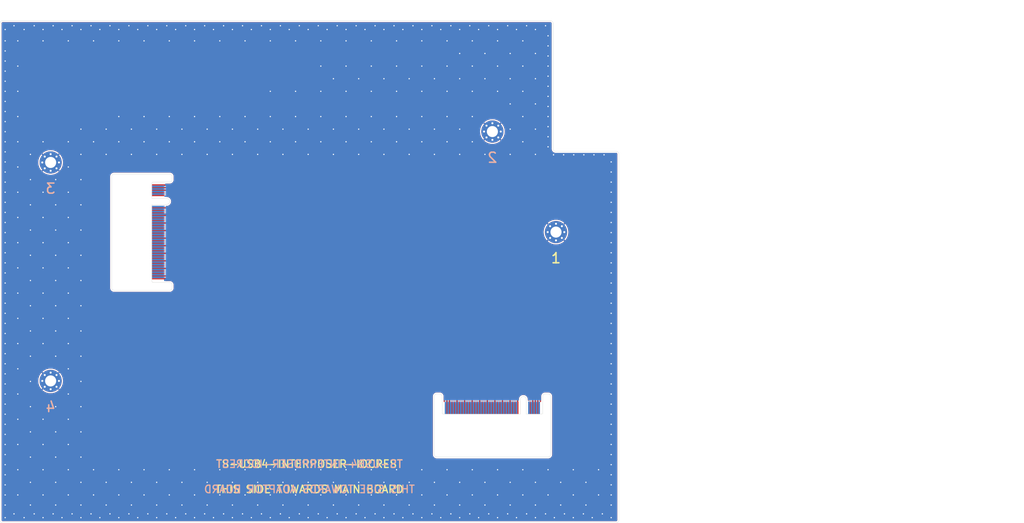
<source format=kicad_pcb>
(kicad_pcb (version 20241229) (generator "pcbnew") (generator_version "9.0")
  (layers (0 "F.Cu" signal "Top Layer") (4 "In1.Cu" signal) (6 "In2.Cu" signal) (2 "B.Cu" signal "Bottom Layer") (13 "F.Paste" user "Top Paste") (15 "B.Paste" user "Bottom Paste") (5 "F.SilkS" user "Top Overlay") (7 "B.SilkS" user "Bottom Overlay") (1 "F.Mask" user "Top Solder") (3 "B.Mask" user "Bottom Solder") (25 "Edge.Cuts" user))
  (property "SHEETTOTAL" "1")
  (net 0 "")
  (net 1 "GND")
  (net 2 "+3V3")
  (net 3 "/RX1_P")
  (net 4 "/RX2_P")
  (net 5 "/RX0_N")
  (net 6 "/REFCLK_P")
  (net 7 "/TX2_N")
  (net 8 "/TX0_P")
  (net 9 "/TX1_N")
  (net 10 "/TX0_N")
  (net 11 "/RX3_N")
  (net 12 "/TX2_P")
  (net 13 "/PERST#")
  (net 14 "/RX0_P")
  (net 15 "/TX3_N")
  (net 16 "/TX3_P")
  (net 17 "/RX3_P")
  (net 18 "/TX1_P")
  (net 19 "/REFCLK_N")
  (net 20 "/RX1_N")
  (net 21 "/RX2_N")
  (footprint "ThunderScope:PCB EDGE M.2 Key M" (layer "F.Cu") (at 104.0336 51.2286 -90)
    (property "Reference" "J1" (hide yes))
    (property "Value" "M.2 Key M" (hide yes))
    (pad "1" smd rect (at 20.25 2.95 270) (size 0.35 2.5) (layers "F.Cu" "F.Mask" "F.Paste") (net 1 "GND"))
    (pad "2" smd rect (at 20 2.95 270) (size 0.35 2.5) (layers "B.Cu" "B.Mask" "B.Paste") (net 2 "+3V3"))
    (pad "3" smd rect (at 19.75 2.95 270) (size 0.35 2.5) (layers "F.Cu" "F.Mask" "F.Paste") (net 1 "GND"))
    (pad "4" smd rect (at 19.5 2.95 270) (size 0.35 2.5) (layers "B.Cu" "B.Mask" "B.Paste") (net 2 "+3V3"))
    (pad "5" smd rect (at 19.25 2.95 270) (size 0.35 2.5) (layers "F.Cu" "F.Mask" "F.Paste") (net 15 "/TX3_N"))
    (pad "6" smd rect (at 19 2.95 270) (size 0.35 2.5) (layers "B.Cu" "B.Mask" "B.Paste"))
    (pad "7" smd rect (at 18.75 2.95 270) (size 0.35 2.5) (layers "F.Cu" "F.Mask" "F.Paste") (net 16 "/TX3_P"))
    (pad "8" smd rect (at 18.5 2.95 270) (size 0.35 2.5) (layers "B.Cu" "B.Mask" "B.Paste"))
    (pad "9" smd rect (at 18.25 2.95 270) (size 0.35 2.5) (layers "F.Cu" "F.Mask" "F.Paste") (net 1 "GND"))
    (pad "10" smd rect (at 18 2.95 270) (size 0.35 2.5) (layers "B.Cu" "B.Mask" "B.Paste"))
    (pad "11" smd rect (at 17.75 2.95 270) (size 0.35 2.5) (layers "F.Cu" "F.Mask" "F.Paste") (net 11 "/RX3_N"))
    (pad "12" smd rect (at 17.5 2.95 270) (size 0.35 2.5) (layers "B.Cu" "B.Mask" "B.Paste") (net 2 "+3V3"))
    (pad "13" smd rect (at 17.25 2.95 270) (size 0.35 2.5) (layers "F.Cu" "F.Mask" "F.Paste") (net 17 "/RX3_P"))
    (pad "14" smd rect (at 17 2.95 270) (size 0.35 2.5) (layers "B.Cu" "B.Mask" "B.Paste") (net 2 "+3V3"))
    (pad "15" smd rect (at 16.75 2.95 270) (size 0.35 2.5) (layers "F.Cu" "F.Mask" "F.Paste") (net 1 "GND"))
    (pad "16" smd rect (at 16.5 2.95 270) (size 0.35 2.5) (layers "B.Cu" "B.Mask" "B.Paste") (net 2 "+3V3"))
    (pad "17" smd rect (at 16.25 2.95 270) (size 0.35 2.5) (layers "F.Cu" "F.Mask" "F.Paste") (net 7 "/TX2_N"))
    (pad "18" smd rect (at 16 2.95 270) (size 0.35 2.5) (layers "B.Cu" "B.Mask" "B.Paste") (net 2 "+3V3"))
    (pad "19" smd rect (at 15.75 2.95 270) (size 0.35 2.5) (layers "F.Cu" "F.Mask" "F.Paste") (net 12 "/TX2_P"))
    (pad "20" smd rect (at 15.5 2.95 270) (size 0.35 2.5) (layers "B.Cu" "B.Mask" "B.Paste"))
    (pad "21" smd rect (at 15.25 2.95 270) (size 0.35 2.5) (layers "F.Cu" "F.Mask" "F.Paste") (net 1 "GND"))
    (pad "22" smd rect (at 15 2.95 270) (size 0.35 2.5) (layers "B.Cu" "B.Mask" "B.Paste"))
    (pad "23" smd rect (at 14.75 2.95 270) (size 0.35 2.5) (layers "F.Cu" "F.Mask" "F.Paste") (net 21 "/RX2_N"))
    (pad "24" smd rect (at 14.5 2.95 270) (size 0.35 2.5) (layers "B.Cu" "B.Mask" "B.Paste"))
    (pad "25" smd rect (at 14.25 2.95 270) (size 0.35 2.5) (layers "F.Cu" "F.Mask" "F.Paste") (net 4 "/RX2_P"))
    (pad "26" smd rect (at 14 2.95 270) (size 0.35 2.5) (layers "B.Cu" "B.Mask" "B.Paste"))
    (pad "27" smd rect (at 13.75 2.95 270) (size 0.35 2.5) (layers "F.Cu" "F.Mask" "F.Paste") (net 1 "GND"))
    (pad "28" smd rect (at 13.5 2.95 270) (size 0.35 2.5) (layers "B.Cu" "B.Mask" "B.Paste"))
    (pad "29" smd rect (at 13.25 2.95 270) (size 0.35 2.5) (layers "F.Cu" "F.Mask" "F.Paste") (net 9 "/TX1_N"))
    (pad "30" smd rect (at 13 2.95 270) (size 0.35 2.5) (layers "B.Cu" "B.Mask" "B.Paste"))
    (pad "31" smd rect (at 12.75 2.95 270) (size 0.35 2.5) (layers "F.Cu" "F.Mask" "F.Paste") (net 18 "/TX1_P"))
    (pad "32" smd rect (at 12.5 2.95 270) (size 0.35 2.5) (layers "B.Cu" "B.Mask" "B.Paste"))
    (pad "33" smd rect (at 12.25 2.95 270) (size 0.35 2.5) (layers "F.Cu" "F.Mask" "F.Paste") (net 1 "GND"))
    (pad "34" smd rect (at 12 2.95 270) (size 0.35 2.5) (layers "B.Cu" "B.Mask" "B.Paste"))
    (pad "35" smd rect (at 11.75 2.95 270) (size 0.35 2.5) (layers "F.Cu" "F.Mask" "F.Paste") (net 20 "/RX1_N"))
    (pad "36" smd rect (at 11.5 2.95 270) (size 0.35 2.5) (layers "B.Cu" "B.Mask" "B.Paste"))
    (pad "37" smd rect (at 11.25 2.95 270) (size 0.35 2.5) (layers "F.Cu" "F.Mask" "F.Paste") (net 3 "/RX1_P"))
    (pad "38" smd rect (at 11 2.95 270) (size 0.35 2.5) (layers "B.Cu" "B.Mask" "B.Paste"))
    (pad "39" smd rect (at 10.75 2.95 270) (size 0.35 2.5) (layers "F.Cu" "F.Mask" "F.Paste") (net 1 "GND"))
    (pad "40" smd rect (at 10.5 2.95 270) (size 0.35 2.5) (layers "B.Cu" "B.Mask" "B.Paste"))
    (pad "41" smd rect (at 10.25 2.95 270) (size 0.35 2.5) (layers "F.Cu" "F.Mask" "F.Paste") (net 10 "/TX0_N"))
    (pad "42" smd rect (at 10 2.95 270) (size 0.35 2.5) (layers "B.Cu" "B.Mask" "B.Paste"))
    (pad "43" smd rect (at 9.75 2.95 270) (size 0.35 2.5) (layers "F.Cu" "F.Mask" "F.Paste") (net 8 "/TX0_P"))
    (pad "44" smd rect (at 9.5 2.95 270) (size 0.35 2.5) (layers "B.Cu" "B.Mask" "B.Paste"))
    (pad "45" smd rect (at 9.25 2.95 270) (size 0.35 2.5) (layers "F.Cu" "F.Mask" "F.Paste") (net 1 "GND"))
    (pad "46" smd rect (at 9 2.95 270) (size 0.35 2.5) (layers "B.Cu" "B.Mask" "B.Paste"))
    (pad "47" smd rect (at 8.75 2.95 270) (size 0.35 2.5) (layers "F.Cu" "F.Mask" "F.Paste") (net 5 "/RX0_N"))
    (pad "48" smd rect (at 8.5 2.95 270) (size 0.35 2.5) (layers "B.Cu" "B.Mask" "B.Paste"))
    (pad "49" smd rect (at 8.25 2.95 270) (size 0.35 2.5) (layers "F.Cu" "F.Mask" "F.Paste") (net 14 "/RX0_P"))
    (pad "50" smd rect (at 8 2.95 270) (size 0.35 2.5) (layers "B.Cu" "B.Mask" "B.Paste") (net 13 "/PERST#"))
    (pad "51" smd rect (at 7.75 2.95 270) (size 0.35 2.5) (layers "F.Cu" "F.Mask" "F.Paste") (net 1 "GND"))
    (pad "52" smd rect (at 7.5 2.95 270) (size 0.35 2.5) (layers "B.Cu" "B.Mask" "B.Paste") (net 1 "GND"))
    (pad "53" smd rect (at 7.25 2.95 270) (size 0.35 2.5) (layers "F.Cu" "F.Mask" "F.Paste") (net 19 "/REFCLK_N"))
    (pad "54" smd rect (at 7 2.95 270) (size 0.35 2.5) (layers "B.Cu" "B.Mask" "B.Paste"))
    (pad "55" smd rect (at 6.75 2.95 270) (size 0.35 2.5) (layers "F.Cu" "F.Mask" "F.Paste") (net 6 "/REFCLK_P"))
    (pad "56" smd rect (at 6.5 2.95 270) (size 0.35 2.5) (layers "B.Cu" "B.Mask" "B.Paste"))
    (pad "57" smd rect (at 6.25 2.95 270) (size 0.35 2.5) (layers "F.Cu" "F.Mask" "F.Paste") (net 1 "GND"))
    (pad "58" smd rect (at 6 2.95 270) (size 0.35 2.5) (layers "B.Cu" "B.Mask" "B.Paste"))
    (pad "67" smd rect (at 3.75 2.95 270) (size 0.35 2.5) (layers "F.Cu" "F.Mask" "F.Paste"))
    (pad "68" smd rect (at 3.5 2.95 270) (size 0.35 2.5) (layers "B.Cu" "B.Mask" "B.Paste"))
    (pad "69" smd rect (at 3.25 2.95 270) (size 0.35 2.5) (layers "F.Cu" "F.Mask" "F.Paste"))
    (pad "70" smd rect (at 3 2.95 270) (size 0.35 2.5) (layers "B.Cu" "B.Mask" "B.Paste") (net 2 "+3V3"))
    (pad "71" smd rect (at 2.75 2.95 270) (size 0.35 2.5) (layers "F.Cu" "F.Mask" "F.Paste") (net 1 "GND"))
    (pad "72" smd rect (at 2.5 2.95 270) (size 0.35 2.5) (layers "B.Cu" "B.Mask" "B.Paste") (net 2 "+3V3"))
    (pad "73" smd rect (at 2.25 2.95 270) (size 0.35 2.5) (layers "F.Cu" "F.Mask" "F.Paste") (net 1 "GND"))
    (pad "74" smd rect (at 2 2.95 270) (size 0.35 2.5) (layers "B.Cu" "B.Mask" "B.Paste") (net 2 "+3V3"))
    (pad "75" smd rect (at 1.75 2.95 270) (size 0.35 2.5) (layers "F.Cu" "F.Mask" "F.Paste") (net 1 "GND"))
  )
  (footprint "ThunderScope:MountingHole_2.2mm_M2_Pad_Via" (layer "F.Cu") (at 167.2511 42.3536)
    (property "Reference" "H2" (hide yes))
    (property "Value" "MountingHole")
    (pad "1" thru_hole circle (at -1.65 0) (size 0.7 0.7) (drill 0.4) (layers "*.Cu" "*.Mask") (net 1 "GND"))
    (pad "1" thru_hole circle (at -1.166726 -1.166726) (size 0.7 0.7) (drill 0.4) (layers "*.Cu" "*.Mask") (net 1 "GND"))
    (pad "1" thru_hole circle (at -1.166726 1.166726) (size 0.7 0.7) (drill 0.4) (layers "*.Cu" "*.Mask") (net 1 "GND"))
    (pad "1" thru_hole circle (at 0 -1.65) (size 0.7 0.7) (drill 0.4) (layers "*.Cu" "*.Mask") (net 1 "GND"))
    (pad "1" thru_hole circle (at 0 0) (size 4.4 4.4) (drill 2.2) (layers "*.Cu" "*.Mask") (net 1 "GND"))
    (pad "1" thru_hole circle (at 0 1.65) (size 0.7 0.7) (drill 0.4) (layers "*.Cu" "*.Mask") (net 1 "GND"))
    (pad "1" thru_hole circle (at 1.166726 -1.166726) (size 0.7 0.7) (drill 0.4) (layers "*.Cu" "*.Mask") (net 1 "GND"))
    (pad "1" thru_hole circle (at 1.166726 1.166726) (size 0.7 0.7) (drill 0.4) (layers "*.Cu" "*.Mask") (net 1 "GND"))
    (pad "1" thru_hole circle (at 1.65 0) (size 0.7 0.7) (drill 0.4) (layers "*.Cu" "*.Mask") (net 1 "GND"))
  )
  (footprint "ThunderScope:MountingHole_2.2mm_M2_Pad_Via" (layer "F.Cu") (at 79.7761 91.7786)
    (property "Reference" "H4" (hide yes))
    (property "Value" "MountingHole")
    (pad "1" thru_hole circle (at -1.65 0) (size 0.7 0.7) (drill 0.4) (layers "*.Cu" "*.Mask") (net 1 "GND"))
    (pad "1" thru_hole circle (at -1.166726 -1.166726) (size 0.7 0.7) (drill 0.4) (layers "*.Cu" "*.Mask") (net 1 "GND"))
    (pad "1" thru_hole circle (at -1.166726 1.166726) (size 0.7 0.7) (drill 0.4) (layers "*.Cu" "*.Mask") (net 1 "GND"))
    (pad "1" thru_hole circle (at 0 -1.65) (size 0.7 0.7) (drill 0.4) (layers "*.Cu" "*.Mask") (net 1 "GND"))
    (pad "1" thru_hole circle (at 0 0) (size 4.4 4.4) (drill 2.2) (layers "*.Cu" "*.Mask") (net 1 "GND"))
    (pad "1" thru_hole circle (at 0 1.65) (size 0.7 0.7) (drill 0.4) (layers "*.Cu" "*.Mask") (net 1 "GND"))
    (pad "1" thru_hole circle (at 1.166726 -1.166726) (size 0.7 0.7) (drill 0.4) (layers "*.Cu" "*.Mask") (net 1 "GND"))
    (pad "1" thru_hole circle (at 1.166726 1.166726) (size 0.7 0.7) (drill 0.4) (layers "*.Cu" "*.Mask") (net 1 "GND"))
    (pad "1" thru_hole circle (at 1.65 0) (size 0.7 0.7) (drill 0.4) (layers "*.Cu" "*.Mask") (net 1 "GND"))
  )
  (footprint "ThunderScope:MountingHole_2.2mm_M2_Pad_Via" (layer "F.Cu") (at 179.8461 62.2786)
    (property "Reference" "H1" (hide yes))
    (property "Value" "MountingHole")
    (pad "1" thru_hole circle (at -1.65 0) (size 0.7 0.7) (drill 0.4) (layers "*.Cu" "*.Mask") (net 1 "GND"))
    (pad "1" thru_hole circle (at -1.166726 -1.166726) (size 0.7 0.7) (drill 0.4) (layers "*.Cu" "*.Mask") (net 1 "GND"))
    (pad "1" thru_hole circle (at -1.166726 1.166726) (size 0.7 0.7) (drill 0.4) (layers "*.Cu" "*.Mask") (net 1 "GND"))
    (pad "1" thru_hole circle (at 0 -1.65) (size 0.7 0.7) (drill 0.4) (layers "*.Cu" "*.Mask") (net 1 "GND"))
    (pad "1" thru_hole circle (at 0 0) (size 4.4 4.4) (drill 2.2) (layers "*.Cu" "*.Mask") (net 1 "GND"))
    (pad "1" thru_hole circle (at 0 1.65) (size 0.7 0.7) (drill 0.4) (layers "*.Cu" "*.Mask") (net 1 "GND"))
    (pad "1" thru_hole circle (at 1.166726 -1.166726) (size 0.7 0.7) (drill 0.4) (layers "*.Cu" "*.Mask") (net 1 "GND"))
    (pad "1" thru_hole circle (at 1.166726 1.166726) (size 0.7 0.7) (drill 0.4) (layers "*.Cu" "*.Mask") (net 1 "GND"))
    (pad "1" thru_hole circle (at 1.65 0) (size 0.7 0.7) (drill 0.4) (layers "*.Cu" "*.Mask") (net 1 "GND"))
  )
  (footprint "ThunderScope:MountingHole_2.2mm_M2_Pad_Via" (layer "F.Cu") (at 79.7761 48.4786)
    (property "Reference" "H3" (hide yes))
    (property "Value" "MountingHole")
    (pad "1" thru_hole circle (at -1.65 0) (size 0.7 0.7) (drill 0.4) (layers "*.Cu" "*.Mask") (net 1 "GND"))
    (pad "1" thru_hole circle (at -1.166726 -1.166726) (size 0.7 0.7) (drill 0.4) (layers "*.Cu" "*.Mask") (net 1 "GND"))
    (pad "1" thru_hole circle (at -1.166726 1.166726) (size 0.7 0.7) (drill 0.4) (layers "*.Cu" "*.Mask") (net 1 "GND"))
    (pad "1" thru_hole circle (at 0 -1.65) (size 0.7 0.7) (drill 0.4) (layers "*.Cu" "*.Mask") (net 1 "GND"))
    (pad "1" thru_hole circle (at 0 0) (size 4.4 4.4) (drill 2.2) (layers "*.Cu" "*.Mask") (net 1 "GND"))
    (pad "1" thru_hole circle (at 0 1.65) (size 0.7 0.7) (drill 0.4) (layers "*.Cu" "*.Mask") (net 1 "GND"))
    (pad "1" thru_hole circle (at 1.166726 -1.166726) (size 0.7 0.7) (drill 0.4) (layers "*.Cu" "*.Mask") (net 1 "GND"))
    (pad "1" thru_hole circle (at 1.166726 1.166726) (size 0.7 0.7) (drill 0.4) (layers "*.Cu" "*.Mask") (net 1 "GND"))
    (pad "1" thru_hole circle (at 1.65 0) (size 0.7 0.7) (drill 0.4) (layers "*.Cu" "*.Mask") (net 1 "GND"))
  )
  (footprint "ThunderScope:PCB EDGE M.2 Key M" (layer "B.Cu") (at 178.2511 94.1536 180)
    (property "Reference" "J2" (hide yes))
    (property "Value" "M.2 Key M" (hide yes))
    (pad "1" smd rect (at 20.25 -2.95 180) (size 0.35 2.5) (layers "B.Cu" "B.Mask" "B.Paste"))
    (pad "2" smd rect (at 20 -2.95 180) (size 0.35 2.5) (layers "F.Cu" "F.Mask" "F.Paste") (net 1 "GND"))
    (pad "3" smd rect (at 19.75 -2.95 180) (size 0.35 2.5) (layers "B.Cu" "B.Mask" "B.Paste") (net 2 "+3V3"))
    (pad "4" smd rect (at 19.5 -2.95 180) (size 0.35 2.5) (layers "F.Cu" "F.Mask" "F.Paste") (net 1 "GND"))
    (pad "5" smd rect (at 19.25 -2.95 180) (size 0.35 2.5) (layers "B.Cu" "B.Mask" "B.Paste") (net 2 "+3V3"))
    (pad "6" smd rect (at 19 -2.95 180) (size 0.35 2.5) (layers "F.Cu" "F.Mask" "F.Paste") (net 15 "/TX3_N"))
    (pad "7" smd rect (at 18.75 -2.95 180) (size 0.35 2.5) (layers "B.Cu" "B.Mask" "B.Paste"))
    (pad "8" smd rect (at 18.5 -2.95 180) (size 0.35 2.5) (layers "F.Cu" "F.Mask" "F.Paste") (net 16 "/TX3_P"))
    (pad "9" smd rect (at 18.25 -2.95 180) (size 0.35 2.5) (layers "B.Cu" "B.Mask" "B.Paste"))
    (pad "10" smd rect (at 18 -2.95 180) (size 0.35 2.5) (layers "F.Cu" "F.Mask" "F.Paste") (net 1 "GND"))
    (pad "11" smd rect (at 17.75 -2.95 180) (size 0.35 2.5) (layers "B.Cu" "B.Mask" "B.Paste"))
    (pad "12" smd rect (at 17.5 -2.95 180) (size 0.35 2.5) (layers "F.Cu" "F.Mask" "F.Paste") (net 11 "/RX3_N"))
    (pad "13" smd rect (at 17.25 -2.95 180) (size 0.35 2.5) (layers "B.Cu" "B.Mask" "B.Paste") (net 2 "+3V3"))
    (pad "14" smd rect (at 17 -2.95 180) (size 0.35 2.5) (layers "F.Cu" "F.Mask" "F.Paste") (net 17 "/RX3_P"))
    (pad "15" smd rect (at 16.75 -2.95 180) (size 0.35 2.5) (layers "B.Cu" "B.Mask" "B.Paste") (net 2 "+3V3"))
    (pad "16" smd rect (at 16.5 -2.95 180) (size 0.35 2.5) (layers "F.Cu" "F.Mask" "F.Paste") (net 1 "GND"))
    (pad "17" smd rect (at 16.25 -2.95 180) (size 0.35 2.5) (layers "B.Cu" "B.Mask" "B.Paste") (net 2 "+3V3"))
    (pad "18" smd rect (at 16 -2.95 180) (size 0.35 2.5) (layers "F.Cu" "F.Mask" "F.Paste") (net 7 "/TX2_N"))
    (pad "19" smd rect (at 15.75 -2.95 180) (size 0.35 2.5) (layers "B.Cu" "B.Mask" "B.Paste") (net 2 "+3V3"))
    (pad "20" smd rect (at 15.5 -2.95 180) (size 0.35 2.5) (layers "F.Cu" "F.Mask" "F.Paste") (net 12 "/TX2_P"))
    (pad "21" smd rect (at 15.25 -2.95 180) (size 0.35 2.5) (layers "B.Cu" "B.Mask" "B.Paste"))
    (pad "22" smd rect (at 15 -2.95 180) (size 0.35 2.5) (layers "F.Cu" "F.Mask" "F.Paste") (net 1 "GND"))
    (pad "23" smd rect (at 14.75 -2.95 180) (size 0.35 2.5) (layers "B.Cu" "B.Mask" "B.Paste"))
    (pad "24" smd rect (at 14.5 -2.95 180) (size 0.35 2.5) (layers "F.Cu" "F.Mask" "F.Paste") (net 21 "/RX2_N"))
    (pad "25" smd rect (at 14.25 -2.95 180) (size 0.35 2.5) (layers "B.Cu" "B.Mask" "B.Paste"))
    (pad "26" smd rect (at 14 -2.95 180) (size 0.35 2.5) (layers "F.Cu" "F.Mask" "F.Paste") (net 4 "/RX2_P"))
    (pad "27" smd rect (at 13.75 -2.95 180) (size 0.35 2.5) (layers "B.Cu" "B.Mask" "B.Paste"))
    (pad "28" smd rect (at 13.5 -2.95 180) (size 0.35 2.5) (layers "F.Cu" "F.Mask" "F.Paste") (net 1 "GND"))
    (pad "29" smd rect (at 13.25 -2.95 180) (size 0.35 2.5) (layers "B.Cu" "B.Mask" "B.Paste"))
    (pad "30" smd rect (at 13 -2.95 180) (size 0.35 2.5) (layers "F.Cu" "F.Mask" "F.Paste") (net 9 "/TX1_N"))
    (pad "31" smd rect (at 12.75 -2.95 180) (size 0.35 2.5) (layers "B.Cu" "B.Mask" "B.Paste"))
    (pad "32" smd rect (at 12.5 -2.95 180) (size 0.35 2.5) (layers "F.Cu" "F.Mask" "F.Paste") (net 18 "/TX1_P"))
    (pad "33" smd rect (at 12.25 -2.95 180) (size 0.35 2.5) (layers "B.Cu" "B.Mask" "B.Paste"))
    (pad "34" smd rect (at 12 -2.95 180) (size 0.35 2.5) (layers "F.Cu" "F.Mask" "F.Paste") (net 1 "GND"))
    (pad "35" smd rect (at 11.75 -2.95 180) (size 0.35 2.5) (layers "B.Cu" "B.Mask" "B.Paste"))
    (pad "36" smd rect (at 11.5 -2.95 180) (size 0.35 2.5) (layers "F.Cu" "F.Mask" "F.Paste") (net 20 "/RX1_N"))
    (pad "37" smd rect (at 11.25 -2.95 180) (size 0.35 2.5) (layers "B.Cu" "B.Mask" "B.Paste"))
    (pad "38" smd rect (at 11 -2.95 180) (size 0.35 2.5) (layers "F.Cu" "F.Mask" "F.Paste") (net 3 "/RX1_P"))
    (pad "39" smd rect (at 10.75 -2.95 180) (size 0.35 2.5) (layers "B.Cu" "B.Mask" "B.Paste"))
    (pad "40" smd rect (at 10.5 -2.95 180) (size 0.35 2.5) (layers "F.Cu" "F.Mask" "F.Paste") (net 1 "GND"))
    (pad "41" smd rect (at 10.25 -2.95 180) (size 0.35 2.5) (layers "B.Cu" "B.Mask" "B.Paste"))
    (pad "42" smd rect (at 10 -2.95 180) (size 0.35 2.5) (layers "F.Cu" "F.Mask" "F.Paste") (net 10 "/TX0_N"))
    (pad "43" smd rect (at 9.75 -2.95 180) (size 0.35 2.5) (layers "B.Cu" "B.Mask" "B.Paste"))
    (pad "44" smd rect (at 9.5 -2.95 180) (size 0.35 2.5) (layers "F.Cu" "F.Mask" "F.Paste") (net 8 "/TX0_P"))
    (pad "45" smd rect (at 9.25 -2.95 180) (size 0.35 2.5) (layers "B.Cu" "B.Mask" "B.Paste"))
    (pad "46" smd rect (at 9 -2.95 180) (size 0.35 2.5) (layers "F.Cu" "F.Mask" "F.Paste") (net 1 "GND"))
    (pad "47" smd rect (at 8.75 -2.95 180) (size 0.35 2.5) (layers "B.Cu" "B.Mask" "B.Paste"))
    (pad "48" smd rect (at 8.5 -2.95 180) (size 0.35 2.5) (layers "F.Cu" "F.Mask" "F.Paste") (net 5 "/RX0_N"))
    (pad "49" smd rect (at 8.25 -2.95 180) (size 0.35 2.5) (layers "B.Cu" "B.Mask" "B.Paste") (net 13 "/PERST#"))
    (pad "50" smd rect (at 8 -2.95 180) (size 0.35 2.5) (layers "F.Cu" "F.Mask" "F.Paste") (net 14 "/RX0_P"))
    (pad "51" smd rect (at 7.75 -2.95 180) (size 0.35 2.5) (layers "B.Cu" "B.Mask" "B.Paste"))
    (pad "52" smd rect (at 7.5 -2.95 180) (size 0.35 2.5) (layers "F.Cu" "F.Mask" "F.Paste") (net 1 "GND"))
    (pad "53" smd rect (at 7.25 -2.95 180) (size 0.35 2.5) (layers "B.Cu" "B.Mask" "B.Paste"))
    (pad "54" smd rect (at 7 -2.95 180) (size 0.35 2.5) (layers "F.Cu" "F.Mask" "F.Paste") (net 19 "/REFCLK_N"))
    (pad "55" smd rect (at 6.75 -2.95 180) (size 0.35 2.5) (layers "B.Cu" "B.Mask" "B.Paste"))
    (pad "56" smd rect (at 6.5 -2.95 180) (size 0.35 2.5) (layers "F.Cu" "F.Mask" "F.Paste") (net 6 "/REFCLK_P"))
    (pad "57" smd rect (at 6.25 -2.95 180) (size 0.35 2.5) (layers "B.Cu" "B.Mask" "B.Paste"))
    (pad "58" smd rect (at 6 -2.95 180) (size 0.35 2.5) (layers "F.Cu" "F.Mask" "F.Paste") (net 1 "GND"))
    (pad "67" smd rect (at 3.75 -2.95 180) (size 0.35 2.5) (layers "B.Cu" "B.Mask" "B.Paste"))
    (pad "68" smd rect (at 3.5 -2.95 180) (size 0.35 2.5) (layers "F.Cu" "F.Mask" "F.Paste"))
    (pad "69" smd rect (at 3.25 -2.95 180) (size 0.35 2.5) (layers "B.Cu" "B.Mask" "B.Paste") (net 2 "+3V3"))
    (pad "70" smd rect (at 3 -2.95 180) (size 0.35 2.5) (layers "F.Cu" "F.Mask" "F.Paste") (net 1 "GND"))
    (pad "71" smd rect (at 2.75 -2.95 180) (size 0.35 2.5) (layers "B.Cu" "B.Mask" "B.Paste") (net 2 "+3V3"))
    (pad "72" smd rect (at 2.5 -2.95 180) (size 0.35 2.5) (layers "F.Cu" "F.Mask" "F.Paste") (net 1 "GND"))
    (pad "73" smd rect (at 2.25 -2.95 180) (size 0.35 2.5) (layers "B.Cu" "B.Mask" "B.Paste") (net 2 "+3V3"))
    (pad "74" smd rect (at 2 -2.95 180) (size 0.35 2.5) (layers "F.Cu" "F.Mask" "F.Paste") (net 1 "GND"))
    (pad "75" smd rect (at 1.75 -2.95 180) (size 0.35 2.5) (layers "B.Cu" "B.Mask" "B.Paste"))
  )
  (gr_arc (start 191.7761 46.2786) (mid 192.129653 46.425047) (end 192.2761 46.7786) (stroke (width 0.05)) (layer "Edge.Cuts"))
  (gr_line (start 99.8461 52.5786) (end 99.8461 55.6036) (stroke (width 0.05)) (layer "Edge.Cuts"))
  (gr_arc (start 177.2011 98.153599) (mid 177.142522 98.295021) (end 177.001101 98.3536) (stroke (width 0.05)) (layer "Edge.Cuts"))
  (gr_line (start 178.3011 94.353599) (end 177.7511 94.3536) (stroke (width 0.05)) (layer "Edge.Cuts"))
  (gr_arc (start 179.7761 46.2786) (mid 179.422546 46.132153) (end 179.276099 45.778599) (stroke (width 0.05)) (layer "Edge.Cuts"))
  (gr_line (start 103.3461 52.3786) (end 100.0461 52.3786) (stroke (width 0.05)) (layer "Edge.Cuts"))
  (gr_arc (start 103.3461 50.778599) (mid 103.699654 50.925046) (end 103.8461 51.2786) (stroke (width 0.05)) (layer "Edge.Cuts"))
  (gr_line (start 179.276101 45.778599) (end 179.2761 20.9036) (stroke (width 0.05)) (layer "Edge.Cuts"))
  (gr_line (start 177.2011 98.1536) (end 177.2011 94.8536) (stroke (width 0.05)) (layer "Edge.Cuts"))
  (gr_arc (start 178.7511 20.378601) (mid 179.122331 20.53237) (end 179.2761 20.9036) (stroke (width 0.05)) (layer "Edge.Cuts"))
  (gr_arc (start 192.2761 119.3786) (mid 192.129653 119.732153) (end 191.7761 119.878601) (stroke (width 0.05)) (layer "Edge.Cuts"))
  (gr_line (start 156.2511 106.8536) (end 178.3011 106.8536) (stroke (width 0.05)) (layer "Edge.Cuts"))
  (gr_line (start 156.2511 94.353599) (end 156.8011 94.3536) (stroke (width 0.05)) (layer "Edge.Cuts"))
  (gr_line (start 178.801101 94.8536) (end 178.8011 106.3536) (stroke (width 0.05)) (layer "Edge.Cuts"))
  (gr_arc (start 173.3761 94.8536) (mid 173.800364 95.029336) (end 173.9761 95.4536) (stroke (width 0.05)) (layer "Edge.Cuts"))
  (gr_arc (start 103.8461 51.878601) (mid 103.699653 52.232154) (end 103.346099 52.3786) (stroke (width 0.05)) (layer "Edge.Cuts"))
  (gr_arc (start 100.0461 72.2786) (mid 99.904679 72.220021) (end 99.8461 72.0786) (stroke (width 0.05)) (layer "Edge.Cuts"))
  (gr_arc (start 177.2011 94.8536) (mid 177.347547 94.500047) (end 177.7011 94.3536) (stroke (width 0.05)) (layer "Edge.Cuts"))
  (gr_arc (start 70.2761 119.8786) (mid 69.922547 119.732153) (end 69.7761 119.3786) (stroke (width 0.05)) (layer "Edge.Cuts"))
  (gr_line (start 103.3461 73.8286) (end 92.3461 73.8286) (stroke (width 0.05)) (layer "Edge.Cuts"))
  (gr_arc (start 157.5011 98.3536) (mid 157.359679 98.295021) (end 157.3011 98.1536) (stroke (width 0.05)) (layer "Edge.Cuts"))
  (gr_arc (start 155.751099 94.8536) (mid 155.897546 94.500046) (end 156.2511 94.3536) (stroke (width 0.05)) (layer "Edge.Cuts"))
  (gr_arc (start 172.7761 95.4536) (mid 172.951836 95.029336) (end 173.3761 94.8536) (stroke (width 0.05)) (layer "Edge.Cuts"))
  (gr_arc (start 103.3461 56.2036) (mid 103.170364 56.627864) (end 102.7461 56.8036) (stroke (width 0.05)) (layer "Edge.Cuts"))
  (gr_line (start 91.8461 73.3286) (end 91.8461 51.2786) (stroke (width 0.05)) (layer "Edge.Cuts"))
  (gr_arc (start 156.2511 106.8536) (mid 155.897546 106.707153) (end 155.7511 106.353599) (stroke (width 0.05)) (layer "Edge.Cuts"))
  (gr_line (start 179.7761 46.2786) (end 191.7761 46.2786) (stroke (width 0.05)) (layer "Edge.Cuts"))
  (gr_line (start 177.7011 94.3536) (end 177.7511 94.3536) (stroke (width 0.05)) (layer "Edge.Cuts"))
  (gr_line (start 157.3011 98.1536) (end 157.3011 94.8536) (stroke (width 0.05)) (layer "Edge.Cuts"))
  (gr_line (start 102.7461 56.8036) (end 99.8461 56.8036) (stroke (width 0.05)) (layer "Edge.Cuts"))
  (gr_arc (start 92.346101 73.8286) (mid 91.992547 73.682154) (end 91.8461 73.3286) (stroke (width 0.05)) (layer "Edge.Cuts"))
  (gr_line (start 178.7511 20.3786) (end 70.276095 20.3786) (stroke (width 0.05)) (layer "Edge.Cuts"))
  (gr_line (start 99.8461 56.8036) (end 99.8461 72.0786) (stroke (width 0.05)) (layer "Edge.Cuts"))
  (gr_line (start 100.0461 72.2786) (end 103.3461 72.2786) (stroke (width 0.05)) (layer "Edge.Cuts"))
  (gr_line (start 157.5011 98.3536) (end 172.7761 98.3536) (stroke (width 0.05)) (layer "Edge.Cuts"))
  (gr_arc (start 69.776105 20.8786) (mid 69.922547 20.525049) (end 70.276095 20.3786) (stroke (width 0.05)) (layer "Edge.Cuts"))
  (gr_line (start 191.7761 119.8786) (end 70.2761 119.8786) (stroke (width 0.05)) (layer "Edge.Cuts"))
  (gr_arc (start 91.8461 51.2786) (mid 91.992547 50.925046) (end 92.346101 50.7786) (stroke (width 0.05)) (layer "Edge.Cuts"))
  (gr_arc (start 103.3461 72.2786) (mid 103.699653 72.425047) (end 103.8461 72.7786) (stroke (width 0.05)) (layer "Edge.Cuts"))
  (gr_arc (start 178.8011 106.353599) (mid 178.654653 106.707152) (end 178.3011 106.8536) (stroke (width 0.05)) (layer "Edge.Cuts"))
  (gr_line (start 103.846101 73.3286) (end 103.8461 72.7786) (stroke (width 0.05)) (layer "Edge.Cuts"))
  (gr_arc (start 102.746101 55.6036) (mid 103.170365 55.779337) (end 103.3461 56.203601) (stroke (width 0.05)) (layer "Edge.Cuts"))
  (gr_line (start 173.9761 98.3536) (end 177.001101 98.3536) (stroke (width 0.05)) (layer "Edge.Cuts"))
  (gr_line (start 103.846101 51.2786) (end 103.846099 51.878601) (stroke (width 0.05)) (layer "Edge.Cuts"))
  (gr_arc (start 103.8461 73.3286) (mid 103.699653 73.682153) (end 103.3461 73.828601) (stroke (width 0.05)) (layer "Edge.Cuts"))
  (gr_line (start 69.7761 119.3786) (end 69.7761 20.8786) (stroke (width 0.05)) (layer "Edge.Cuts"))
  (gr_line (start 173.9761 95.4536) (end 173.9761 98.3536) (stroke (width 0.05)) (layer "Edge.Cuts"))
  (gr_arc (start 156.8011 94.3536) (mid 157.154653 94.500047) (end 157.3011 94.8536) (stroke (width 0.05)) (layer "Edge.Cuts"))
  (gr_line (start 99.8461 55.6036) (end 102.746101 55.6036) (stroke (width 0.05)) (layer "Edge.Cuts"))
  (gr_line (start 103.3461 50.778599) (end 92.3461 50.7786) (stroke (width 0.05)) (layer "Edge.Cuts"))
  (gr_line (start 155.751099 94.8536) (end 155.7511 106.3536) (stroke (width 0.05)) (layer "Edge.Cuts"))
  (gr_arc (start 178.3011 94.3536) (mid 178.654653 94.500047) (end 178.801101 94.8536) (stroke (width 0.05)) (layer "Edge.Cuts"))
  (gr_arc (start 99.8461 52.5786) (mid 99.904679 52.437179) (end 100.0461 52.3786) (stroke (width 0.05)) (layer "Edge.Cuts"))
  (gr_line (start 172.7761 98.3536) (end 172.7761 95.4536) (stroke (width 0.05)) (layer "Edge.Cuts"))
  (gr_line (start 192.2761 119.3786) (end 192.2761 46.7786) (stroke (width 0.05)) (layer "Edge.Cuts"))
  (gr_text "1" (at 179.8461 66.2786 0) (layer "F.SilkS") (effects (font (size 2 2) (thickness 0.3)) (justify top)))
  (gr_text "TS-USB4-INTERPOSER-IOCREST" (at 131.0261 109.1286 0) (layer "F.SilkS") (effects (font (size 1.5 1.5) (thickness 0.25)) (justify bottom)))
  (gr_text "THIS SIDE TOWARDS MAIN BOARD" (at 131.0261 114.1286 0) (layer "F.SilkS") (effects (font (size 1.5 1.5) (thickness 0.25)) (justify bottom)))
  (gr_text "2" (at 167.2511 46.3536 0) (layer "B.SilkS") (effects (font (size 2 2) (thickness 0.3)) (justify top mirror)))
  (gr_text "TS-USB4-INTERPOSER-IOCREST" (at 131.0261 109.1286 0) (layer "B.SilkS") (effects (font (size 1.5 1.5) (thickness 0.25)) (justify bottom mirror)))
  (gr_text "4" (at 79.7761 95.7786 0) (layer "B.SilkS") (effects (font (size 2 2) (thickness 0.3)) (justify top mirror)))
  (gr_text "THIS SIDE TOWARDS ADAPTOR BOARD" (at 131.0261 114.1286 0) (layer "B.SilkS") (effects (font (size 1.5 1.5) (thickness 0.25)) (justify bottom mirror)))
  (gr_text "3" (at 79.7511 52.4786 0) (layer "B.SilkS") (effects (font (size 2 2) (thickness 0.3)) (justify top mirror)))
  (via (at 105.7761 41.8786) (size 0.508) (drill 0.254) (layers "F.Cu" "B.Cu") (net 1))
  (via (at 85.7761 22.1286) (size 0.508) (drill 0.254) (layers "F.Cu" "B.Cu") (net 1))
  (via (at 112.0261 22.1286) (size 0.508) (drill 0.254) (layers "F.Cu" "B.Cu") (net 1))
  (via (at 95.7761 46.8786) (size 0.508) (drill 0.254) (layers "F.Cu" "B.Cu") (net 1))
  (via (at 179.5261 118.8786) (size 0.508) (drill 0.254) (layers "F.Cu" "B.Cu") (net 1))
  (via (at 70.7761 26.3786) (size 0.508) (drill 0.254) (layers "F.Cu" "B.Cu") (net 1))
  (via (at 189.361886 46.964386) (size 0.508) (drill 0.254) (layers "F.Cu" "B.Cu") (net 1))
  (via (at 123.2761 118.8786) (size 0.508) (drill 0.254) (layers "F.Cu" "B.Cu") (net 1))
  (via (at 85.7761 81.8786) (size 0.508) (drill 0.254) (layers "F.Cu" "B.Cu") (net 1))
  (via (at 93.2761 114.3786) (size 0.508) (drill 0.254) (layers "F.Cu" "B.Cu") (net 1))
  (via (at 162.7761 21.3786) (size 0.508) (drill 0.254) (layers "F.Cu" "B.Cu") (net 1))
  (via (at 104.5261 118.8786) (size 0.508) (drill 0.254) (layers "F.Cu" "B.Cu") (net 1))
  (via (at 70.7761 32.3786) (size 0.508) (drill 0.254) (layers "F.Cu" "B.Cu") (net 1))
  (via (at 83.2761 114.3786) (size 0.508) (drill 0.254) (layers "F.Cu" "B.Cu") (net 1))
  (via (at 73.2761 109.3786) (size 0.508) (drill 0.254) (layers "F.Cu" "B.Cu") (net 1))
  (via (at 153.2761 39.3786) (size 0.508) (drill 0.254) (layers "F.Cu" "B.Cu") (net 1))
  (via (at 80.7761 106.8786) (size 0.508) (drill 0.254) (layers "F.Cu" "B.Cu") (net 1))
  (via (at 143.2761 109.3786) (size 0.508) (drill 0.254) (layers "F.Cu" "B.Cu") (net 1))
  (via (at 168.2761 114.3786) (size 0.508) (drill 0.254) (layers "F.Cu" "B.Cu") (net 1))
  (via (at 98.2761 114.3786) (size 0.508) (drill 0.254) (layers "F.Cu" "B.Cu") (net 1))
  (via (at 70.7761 46.3786) (size 0.508) (drill 0.254) (layers "F.Cu" "B.Cu") (net 1))
  (via (at 166.5261 21.3786) (size 0.508) (drill 0.254) (layers "F.Cu" "B.Cu") (net 1))
  (via (at 73.2761 104.3786) (size 0.508) (drill 0.254) (layers "F.Cu" "B.Cu") (net 1))
  (via (at 103.2761 44.3786) (size 0.508) (drill 0.254) (layers "F.Cu" "B.Cu") (net 1))
  (via (at 151.5261 21.3786) (size 0.508) (drill 0.254) (layers "F.Cu" "B.Cu") (net 1))
  (via (at 190.7761 116.3786) (size 0.508) (drill 0.254) (layers "F.Cu" "B.Cu") (net 1))
  (via (at 103.2761 114.3786) (size 0.508) (drill 0.254) (layers "F.Cu" "B.Cu") (net 1))
  (via (at 87.7761 21.3786) (size 0.508) (drill 0.254) (layers "F.Cu" "B.Cu") (net 1))
  (via (at 83.2761 74.3786) (size 0.508) (drill 0.254) (layers "F.Cu" "B.Cu") (net 1))
  (via (at 95.2761 118.1286) (size 0.508) (drill 0.254) (layers "F.Cu" "B.Cu") (net 1))
  (via (at 70.7761 66.3786) (size 0.508) (drill 0.254) (layers "F.Cu" "B.Cu") (net 1))
  (via (at 135.7761 41.8786) (size 0.508) (drill 0.254) (layers "F.Cu" "B.Cu") (net 1))
  (via (at 180.7761 116.3786) (size 0.508) (drill 0.254) (layers "F.Cu" "B.Cu") (net 1))
  (via (at 110.7761 41.8786) (size 0.508) (drill 0.254) (layers "F.Cu" "B.Cu") (net 1))
  (via (at 187.361885 46.964386) (size 0.508) (drill 0.254) (layers "F.Cu" "B.Cu") (net 1))
  (via (at 155.7761 31.8786) (size 0.508) (drill 0.254) (layers "F.Cu" "B.Cu") (net 1))
  (via (at 190.7761 74.3786) (size 0.508) (drill 0.254) (layers "F.Cu" "B.Cu") (net 1))
  (via (at 148.2761 44.3786) (size 0.508) (drill 0.254) (layers "F.Cu" "B.Cu") (net 1))
  (via (at 123.2761 39.3786) (size 0.508) (drill 0.254) (layers "F.Cu" "B.Cu") (net 1))
  (via (at 85.7761 61.8786) (size 0.508) (drill 0.254) (layers "F.Cu" "B.Cu") (net 1))
  (via (at 115.7761 111.8786) (size 0.508) (drill 0.254) (layers "F.Cu" "B.Cu") (net 1))
  (via (at 190.7761 104.3786) (size 0.508) (drill 0.254) (layers "F.Cu" "B.Cu") (net 1))
  (via (at 140.7761 41.8786) (size 0.508) (drill 0.254) (layers "F.Cu" "B.Cu") (net 1))
  (via (at 70.7761 54.3786) (size 0.508) (drill 0.254) (layers "F.Cu" "B.Cu") (net 1))
  (via (at 125.7761 116.3786) (size 0.508) (drill 0.254) (layers "F.Cu" "B.Cu") (net 1))
  (via (at 73.2761 69.3786) (size 0.508) (drill 0.254) (layers "F.Cu" "B.Cu") (net 1))
  (via (at 103.2761 39.3786) (size 0.508) (drill 0.254) (layers "F.Cu" "B.Cu") (net 1))
  (via (at 153.2761 24.3786) (size 0.508) (drill 0.254) (layers "F.Cu" "B.Cu") (net 1))
  (via (at 170.2761 118.1286) (size 0.508) (drill 0.254) (layers "F.Cu" "B.Cu") (net 1))
  (via (at 119.5261 22.1286) (size 0.508) (drill 0.254) (layers "F.Cu" "B.Cu") (net 1))
  (via (at 160.7761 46.8786) (size 0.508) (drill 0.254) (layers "F.Cu" "B.Cu") (net 1))
  (via (at 158.2761 114.3786) (size 0.508) (drill 0.254) (layers "F.Cu" "B.Cu") (net 1))
  (via (at 70.7761 106.3786) (size 0.508) (drill 0.254) (layers "F.Cu" "B.Cu") (net 1))
  (via (at 118.2761 44.3786) (size 0.508) (drill 0.254) (layers "F.Cu" "B.Cu") (net 1))
  (via (at 95.7761 111.8786) (size 0.508) (drill 0.254) (layers "F.Cu" "B.Cu") (net 1))
  (via (at 133.2761 34.3786) (size 0.508) (drill 0.254) (layers "F.Cu" "B.Cu") (net 1))
  (via (at 188.2761 114.3786) (size 0.508) (drill 0.254) (layers "F.Cu" "B.Cu") (net 1))
  (via (at 70.7761 48.3786) (size 0.508) (drill 0.254) (layers "F.Cu" "B.Cu") (net 1))
  (via (at 80.7761 86.8786) (size 0.508) (drill 0.254) (layers "F.Cu" "B.Cu") (net 1))
  (via (at 70.7761 72.3786) (size 0.508) (drill 0.254) (layers "F.Cu" "B.Cu") (net 1))
  (via (at 70.7761 30.3786) (size 0.508) (drill 0.254) (layers "F.Cu" "B.Cu") (net 1))
  (via (at 138.2761 22.1286) (size 0.508) (drill 0.254) (layers "F.Cu" "B.Cu") (net 1))
  (via (at 70.7761 98.3786) (size 0.508) (drill 0.254) (layers "F.Cu" "B.Cu") (net 1))
  (via (at 144.0261 118.1286) (size 0.508) (drill 0.254) (layers "F.Cu" "B.Cu") (net 1))
  (via (at 70.7761 78.3786) (size 0.508) (drill 0.254) (layers "F.Cu" "B.Cu") (net 1))
  (via (at 72.5261 21.3786) (size 0.508) (drill 0.254) (layers "F.Cu" "B.Cu") (net 1))
  (via (at 190.7761 58.3786) (size 0.508) (drill 0.254) (layers "F.Cu" "B.Cu") (net 1))
  (via (at 150.7761 116.3786) (size 0.508) (drill 0.254) (layers "F.Cu" "B.Cu") (net 1))
  (via (at 168.2761 24.3786) (size 0.508) (drill 0.254) (layers "F.Cu" "B.Cu") (net 1))
  (via (at 120.7761 46.8786) (size 0.508) (drill 0.254) (layers "F.Cu" "B.Cu") (net 1))
  (via (at 74.5261 118.8786) (size 0.508) (drill 0.254) (layers "F.Cu" "B.Cu") (net 1))
  (via (at 85.7761 66.8786) (size 0.508) (drill 0.254) (layers "F.Cu" "B.Cu") (net 1))
  (via (at 70.7761 34.3786) (size 0.508) (drill 0.254) (layers "F.Cu" "B.Cu") (net 1))
  (via (at 85.7761 96.8786) (size 0.508) (drill 0.254) (layers "F.Cu" "B.Cu") (net 1))
  (via (at 138.2761 118.8786) (size 0.508) (drill 0.254) (layers "F.Cu" "B.Cu") (net 1))
  (via (at 178.2761 41.3786) (size 0.508) (drill 0.254) (layers "F.Cu" "B.Cu") (net 1))
  (via (at 118.2761 114.3786) (size 0.508) (drill 0.254) (layers "F.Cu" "B.Cu") (net 1))
  (via (at 188.2761 109.3786) (size 0.508) (drill 0.254) (layers "F.Cu" "B.Cu") (net 1))
  (via (at 138.2761 29.3786) (size 0.508) (drill 0.254) (layers "F.Cu" "B.Cu") (net 1))
  (via (at 190.7761 100.3786) (size 0.508) (drill 0.254) (layers "F.Cu" "B.Cu") (net 1))
  (via (at 143.2761 29.3786) (size 0.508) (drill 0.254) (layers "F.Cu" "B.Cu") (net 1))
  (via (at 163.2761 29.3786) (size 0.508) (drill 0.254) (layers "F.Cu" "B.Cu") (net 1))
  (via (at 150.7761 46.8786) (size 0.508) (drill 0.254) (layers "F.Cu" "B.Cu") (net 1))
  (via (at 78.2761 84.3786) (size 0.508) (drill 0.254) (layers "F.Cu" "B.Cu") (net 1))
  (via (at 155.2761 21.3786) (size 0.508) (drill 0.254) (layers "F.Cu" "B.Cu") (net 1))
  (via (at 148.2761 114.3786) (size 0.508) (drill 0.254) (layers "F.Cu" "B.Cu") (net 1))
  (via (at 75.7761 91.8786) (size 0.508) (drill 0.254) (layers "F.Cu" "B.Cu") (net 1))
  (via (at 110.7761 116.3786) (size 0.508) (drill 0.254) (layers "F.Cu" "B.Cu") (net 1))
  (via (at 83.2761 79.3786) (size 0.508) (drill 0.254) (layers "F.Cu" "B.Cu") (net 1))
  (via (at 183.2761 118.8786) (size 0.508) (drill 0.254) (layers "F.Cu" "B.Cu") (net 1))
  (via (at 159.0261 21.3786) (size 0.508) (drill 0.254) (layers "F.Cu" "B.Cu") (net 1))
  (via (at 153.2761 29.3786) (size 0.508) (drill 0.254) (layers "F.Cu" "B.Cu") (net 1))
  (via (at 168.2761 22.1286) (size 0.508) (drill 0.254) (layers "F.Cu" "B.Cu") (net 1))
  (via (at 163.2761 39.3786) (size 0.508) (drill 0.254) (layers "F.Cu" "B.Cu") (net 1))
  (via (at 190.7761 60.3786) (size 0.508) (drill 0.254) (layers "F.Cu" "B.Cu") (net 1))
  (via (at 83.2761 64.3786) (size 0.508) (drill 0.254) (layers "F.Cu" "B.Cu") (net 1))
  (via (at 85.7761 91.8786) (size 0.508) (drill 0.254) (layers "F.Cu" "B.Cu") (net 1))
  (via (at 84.0261 118.1286) (size 0.508) (drill 0.254) (layers "F.Cu" "B.Cu") (net 1))
  (via (at 160.7761 118.8786) (size 0.508) (drill 0.254) (layers "F.Cu" "B.Cu") (net 1))
  (via (at 70.7761 44.3786) (size 0.508) (drill 0.254) (layers "F.Cu" "B.Cu") (net 1))
  (via (at 163.2761 34.3786) (size 0.508) (drill 0.254) (layers "F.Cu" "B.Cu") (net 1))
  (via (at 100.7761 118.8786) (size 0.508) (drill 0.254) (layers "F.Cu" "B.Cu") (net 1))
  (via (at 83.2761 104.3786) (size 0.508) (drill 0.254) (layers "F.Cu" "B.Cu") (net 1))
  (via (at 159.0261 118.1286) (size 0.508) (drill 0.254) (layers "F.Cu" "B.Cu") (net 1))
  (via (at 80.7761 96.8786) (size 0.508) (drill 0.254) (layers "F.Cu" "B.Cu") (net 1))
  (via (at 93.2761 24.3786) (size 0.508) (drill 0.254) (layers "F.Cu" "B.Cu") (net 1))
  (via (at 160.7761 22.1286) (size 0.508) (drill 0.254) (layers "F.Cu" "B.Cu") (net 1))
  (via (at 88.2761 114.3786) (size 0.508) (drill 0.254) (layers "F.Cu" "B.Cu") (net 1))
  (via (at 113.2761 39.3786) (size 0.508) (drill 0.254) (layers "F.Cu" "B.Cu") (net 1))
  (via (at 73.2761 44.3786) (size 0.508) (drill 0.254) (layers "F.Cu" "B.Cu") (net 1))
  (via (at 190.7761 54.3786) (size 0.508) (drill 0.254) (layers "F.Cu" "B.Cu") (net 1))
  (via (at 73.2761 89.3786) (size 0.508) (drill 0.254) (layers "F.Cu" "B.Cu") (net 1))
  (via (at 190.7761 86.3786) (size 0.508) (drill 0.254) (layers "F.Cu" "B.Cu") (net 1))
  (via (at 190.7761 114.3786) (size 0.508) (drill 0.254) (layers "F.Cu" "B.Cu") (net 1))
  (via (at 190.7761 88.3786) (size 0.508) (drill 0.254) (layers "F.Cu" "B.Cu") (net 1))
  (via (at 99.0261 118.1286) (size 0.508) (drill 0.254) (layers "F.Cu" "B.Cu") (net 1))
  (via (at 128.2761 39.3786) (size 0.508) (drill 0.254) (layers "F.Cu" "B.Cu") (net 1))
  (via (at 80.7761 76.8786) (size 0.508) (drill 0.254) (layers "F.Cu" "B.Cu") (net 1))
  (via (at 145.7761 41.8786) (size 0.508) (drill 0.254) (layers "F.Cu" "B.Cu") (net 1))
  (via (at 155.7761 46.8786) (size 0.508) (drill 0.254) (layers "F.Cu" "B.Cu") (net 1))
  (via (at 99.0261 21.3786) (size 0.508) (drill 0.254) (layers "F.Cu" "B.Cu") (net 1))
  (via (at 190.7761 66.3786) (size 0.508) (drill 0.254) (layers "F.Cu" "B.Cu") (net 1))
  (via (at 76.5261 118.1286) (size 0.508) (drill 0.254) (layers "F.Cu" "B.Cu") (net 1))
  (via (at 165.7761 31.8786) (size 0.508) (drill 0.254) (layers "F.Cu" "B.Cu") (net 1))
  (via (at 119.5261 118.8786) (size 0.508) (drill 0.254) (layers "F.Cu" "B.Cu") (net 1))
  (via (at 75.7761 71.8786) (size 0.508) (drill 0.254) (layers "F.Cu" "B.Cu") (net 1))
  (via (at 174.0261 118.1286) (size 0.508) (drill 0.254) (layers "F.Cu" "B.Cu") (net 1))
  (via (at 103.2761 24.3786) (size 0.508) (drill 0.254) (layers "F.Cu" "B.Cu") (net 1))
  (via (at 170.7761 36.8786) (size 0.508) (drill 0.254) (layers "F.Cu" "B.Cu") (net 1))
  (via (at 189.0261 118.1286) (size 0.508) (drill 0.254) (layers "F.Cu" "B.Cu") (net 1))
  (via (at 70.7761 116.3786) (size 0.508) (drill 0.254) (layers "F.Cu" "B.Cu") (net 1))
  (via (at 123.2761 34.3786) (size 0.508) (drill 0.254) (layers "F.Cu" "B.Cu") (net 1))
  (via (at 185.7761 111.8786) (size 0.508) (drill 0.254) (layers "F.Cu" "B.Cu") (net 1))
  (via (at 157.0261 118.8786) (size 0.508) (drill 0.254) (layers "F.Cu" "B.Cu") (net 1))
  (via (at 173.2761 34.3786) (size 0.508) (drill 0.254) (layers "F.Cu" "B.Cu") (net 1))
  (via (at 70.7761 56.3786) (size 0.508) (drill 0.254) (layers "F.Cu" "B.Cu") (net 1))
  (via (at 113.2761 44.3786) (size 0.508) (drill 0.254) (layers "F.Cu" "B.Cu") (net 1))
  (via (at 70.7761 92.3786) (size 0.508) (drill 0.254) (layers "F.Cu" "B.Cu") (net 1))
  (via (at 98.2761 44.3786) (size 0.508) (drill 0.254) (layers "F.Cu" "B.Cu") (net 1))
  (via (at 70.7761 114.3786) (size 0.508) (drill 0.254) (layers "F.Cu" "B.Cu") (net 1))
  (via (at 108.2761 109.3786) (size 0.508) (drill 0.254) (layers "F.Cu" "B.Cu") (net 1))
  (via (at 142.0261 22.1286) (size 0.508) (drill 0.254) (layers "F.Cu" "B.Cu") (net 1))
  (via (at 190.7761 80.3786) (size 0.508) (drill 0.254) (layers "F.Cu" "B.Cu") (net 1))
  (via (at 149.5261 118.8786) (size 0.508) (drill 0.254) (layers "F.Cu" "B.Cu") (net 1))
  (via (at 170.7761 111.8786) (size 0.508) (drill 0.254) (layers "F.Cu" "B.Cu") (net 1))
  (via (at 183.2761 109.3786) (size 0.508) (drill 0.254) (layers "F.Cu" "B.Cu") (net 1))
  (via (at 144.0261 21.3786) (size 0.508) (drill 0.254) (layers "F.Cu" "B.Cu") (net 1))
  (via (at 73.2761 64.3786) (size 0.508) (drill 0.254) (layers "F.Cu" "B.Cu") (net 1))
  (via (at 160.7761 116.3786) (size 0.508) (drill 0.254) (layers "F.Cu" "B.Cu") (net 1))
  (via (at 102.7761 118.1286) (size 0.508) (drill 0.254) (layers "F.Cu" "B.Cu") (net 1))
  (via (at 83.2761 84.3786) (size 0.508) (drill 0.254) (layers "F.Cu" "B.Cu") (net 1))
  (via (at 178.2761 45.3786) (size 0.508) (drill 0.254) (layers "F.Cu" "B.Cu") (net 1))
  (via (at 118.2761 39.3786) (size 0.508) (drill 0.254) (layers "F.Cu" "B.Cu") (net 1))
  (via (at 70.7761 110.3786) (size 0.508) (drill 0.254) (layers "F.Cu" "B.Cu") (net 1))
  (via (at 83.2761 24.3786) (size 0.508) (drill 0.254) (layers "F.Cu" "B.Cu") (net 1))
  (via (at 175.7761 31.8786) (size 0.508) (drill 0.254) (layers "F.Cu" "B.Cu") (net 1))
  (via (at 173.2761 24.3786) (size 0.508) (drill 0.254) (layers "F.Cu" "B.Cu") (net 1))
  (via (at 78.2761 22.1286) (size 0.508) (drill 0.254) (layers "F.Cu" "B.Cu") (net 1))
  (via (at 76.5261 21.3786) (size 0.508) (drill 0.254) (layers "F.Cu" "B.Cu") (net 1))
  (via (at 85.7761 101.8786) (size 0.508) (drill 0.254) (layers "F.Cu" "B.Cu") (net 1))
  (via (at 138.2761 114.3786) (size 0.508) (drill 0.254) (layers "F.Cu" "B.Cu") (net 1))
  (via (at 175.7761 22.1286) (size 0.508) (drill 0.254) (layers "F.Cu" "B.Cu") (net 1))
  (via (at 158.2761 44.3786) (size 0.508) (drill 0.254) (layers "F.Cu" "B.Cu") (net 1))
  (via (at 100.7761 116.3786) (size 0.508) (drill 0.254) (layers "F.Cu" "B.Cu") (net 1))
  (via (at 190.7761 90.3786) (size 0.508) (drill 0.254) (layers "F.Cu" "B.Cu") (net 1))
  (via (at 170.7761 41.8786) (size 0.508) (drill 0.254) (layers "F.Cu" "B.Cu") (net 1))
  (via (at 190.7761 64.3786) (size 0.508) (drill 0.254) (layers "F.Cu" "B.Cu") (net 1))
  (via (at 145.7761 118.8786) (size 0.508) (drill 0.254) (layers "F.Cu" "B.Cu") (net 1))
  (via (at 73.2761 94.3786) (size 0.508) (drill 0.254) (layers "F.Cu" "B.Cu") (net 1))
  (via (at 70.7761 74.3786) (size 0.508) (drill 0.254) (layers "F.Cu" "B.Cu") (net 1))
  (via (at 168.2761 29.3786) (size 0.508) (drill 0.254) (layers "F.Cu" "B.Cu") (net 1))
  (via (at 168.2761 34.3786) (size 0.508) (drill 0.254) (layers "F.Cu" "B.Cu") (net 1))
  (via (at 120.7761 41.8786) (size 0.508) (drill 0.254) (layers "F.Cu" "B.Cu") (net 1))
  (via (at 93.2761 22.1286) (size 0.508) (drill 0.254) (layers "F.Cu" "B.Cu") (net 1))
  (via (at 158.2761 34.3786) (size 0.508) (drill 0.254) (layers "F.Cu" "B.Cu") (net 1))
  (via (at 83.2761 69.3786) (size 0.508) (drill 0.254) (layers "F.Cu" "B.Cu") (net 1))
  (via (at 157.0261 22.1286) (size 0.508) (drill 0.254) (layers "F.Cu" "B.Cu") (net 1))
  (via (at 70.7761 104.3786) (size 0.508) (drill 0.254) (layers "F.Cu" "B.Cu") (net 1))
  (via (at 187.0261 118.8786) (size 0.508) (drill 0.254) (layers "F.Cu" "B.Cu") (net 1))
  (via (at 90.7761 46.8786) (size 0.508) (drill 0.254) (layers "F.Cu" "B.Cu") (net 1))
  (via (at 158.2761 39.3786) (size 0.508) (drill 0.254) (layers "F.Cu" "B.Cu") (net 1))
  (via (at 160.7761 41.8786) (size 0.508) (drill 0.254) (layers "F.Cu" "B.Cu") (net 1))
  (via (at 148.2761 29.3786) (size 0.508) (drill 0.254) (layers "F.Cu" "B.Cu") (net 1))
  (via (at 70.7761 70.3786) (size 0.508) (drill 0.254) (layers "F.Cu" "B.Cu") (net 1))
  (via (at 190.7761 112.3786) (size 0.508) (drill 0.254) (layers "F.Cu" "B.Cu") (net 1))
  (via (at 73.2761 99.3786) (size 0.508) (drill 0.254) (layers "F.Cu" "B.Cu") (net 1))
  (via (at 78.2761 24.3786) (size 0.508) (drill 0.254) (layers "F.Cu" "B.Cu") (net 1))
  (via (at 143.2761 39.3786) (size 0.508) (drill 0.254) (layers "F.Cu" "B.Cu") (net 1))
  (via (at 136.5261 118.1286) (size 0.508) (drill 0.254) (layers "F.Cu" "B.Cu") (net 1))
  (via (at 70.7761 100.3786) (size 0.508) (drill 0.254) (layers "F.Cu" "B.Cu") (net 1))
  (via (at 70.7761 84.3786) (size 0.508) (drill 0.254) (layers "F.Cu" "B.Cu") (net 1))
  (via (at 170.2761 21.3786) (size 0.508) (drill 0.254) (layers "F.Cu" "B.Cu") (net 1))
  (via (at 75.7761 101.8786) (size 0.508) (drill 0.254) (layers "F.Cu" "B.Cu") (net 1))
  (via (at 133.2761 109.3786) (size 0.508) (drill 0.254) (layers "F.Cu" "B.Cu") (net 1))
  (via (at 73.2761 74.3786) (size 0.508) (drill 0.254) (layers "F.Cu" "B.Cu") (net 1))
  (via (at 70.7761 102.3786) (size 0.508) (drill 0.254) (layers "F.Cu" "B.Cu") (net 1))
  (via (at 185.361886 46.964386) (size 0.508) (drill 0.254) (layers "F.Cu" "B.Cu") (net 1))
  (via (at 110.7761 111.8786) (size 0.508) (drill 0.254) (layers "F.Cu" "B.Cu") (net 1))
  (via (at 70.7761 88.3786) (size 0.508) (drill 0.254) (layers "F.Cu" "B.Cu") (net 1))
  (via (at 78.2761 64.3786) (size 0.508) (drill 0.254) (layers "F.Cu" "B.Cu") (net 1))
  (via (at 110.2761 21.3786) (size 0.508) (drill 0.254) (layers "F.Cu" "B.Cu") (net 1))
  (via (at 148.2761 39.3786) (size 0.508) (drill 0.254) (layers "F.Cu" "B.Cu") (net 1))
  (via (at 175.7761 41.8786) (size 0.508) (drill 0.254) (layers "F.Cu" "B.Cu") (net 1))
  (via (at 175.7761 111.8786) (size 0.508) (drill 0.254) (layers "F.Cu" "B.Cu") (net 1))
  (via (at 163.2761 109.3786) (size 0.508) (drill 0.254) (layers "F.Cu" "B.Cu") (net 1))
  (via (at 85.7761 111.8786) (size 0.508) (drill 0.254) (layers "F.Cu" "B.Cu") (net 1))
  (via (at 70.7761 36.3786) (size 0.508) (drill 0.254) (layers "F.Cu" "B.Cu") (net 1))
  (via (at 70.7761 68.3786) (size 0.508) (drill 0.254) (layers "F.Cu" "B.Cu") (net 1))
  (via (at 190.7761 50.3786) (size 0.508) (drill 0.254) (layers "F.Cu" "B.Cu") (net 1))
  (via (at 115.7761 41.8786) (size 0.508) (drill 0.254) (layers "F.Cu" "B.Cu") (net 1))
  (via (at 70.7761 86.3786) (size 0.508) (drill 0.254) (layers "F.Cu" "B.Cu") (net 1))
  (via (at 75.7761 111.8786) (size 0.508) (drill 0.254) (layers "F.Cu" "B.Cu") (net 1))
  (via (at 74.5261 22.1286) (size 0.508) (drill 0.254) (layers "F.Cu" "B.Cu") (net 1))
  (via (at 82.0261 22.1286) (size 0.508) (drill 0.254) (layers "F.Cu" "B.Cu") (net 1))
  (via (at 190.7761 106.3786) (size 0.508) (drill 0.254) (layers "F.Cu" "B.Cu") (net 1))
  (via (at 80.7761 116.3786) (size 0.508) (drill 0.254) (layers "F.Cu" "B.Cu") (net 1))
  (via (at 145.7761 111.8786) (size 0.508) (drill 0.254) (layers "F.Cu" "B.Cu") (net 1))
  (via (at 133.2761 29.3786) (size 0.508) (drill 0.254) (layers "F.Cu" "B.Cu") (net 1))
  (via (at 166.5261 118.1286) (size 0.508) (drill 0.254) (layers "F.Cu" "B.Cu") (net 1))
  (via (at 98.2761 24.3786) (size 0.508) (drill 0.254) (layers "F.Cu" "B.Cu") (net 1))
  (via (at 70.7761 96.3786) (size 0.508) (drill 0.254) (layers "F.Cu" "B.Cu") (net 1))
  (via (at 175.7761 116.3786) (size 0.508) (drill 0.254) (layers "F.Cu" "B.Cu") (net 1))
  (via (at 178.2761 23.3786) (size 0.508) (drill 0.254) (layers "F.Cu" "B.Cu") (net 1))
  (via (at 173.2761 114.3786) (size 0.508) (drill 0.254) (layers "F.Cu" "B.Cu") (net 1))
  (via (at 158.2761 29.3786) (size 0.508) (drill 0.254) (layers "F.Cu" "B.Cu") (net 1))
  (via (at 130.7761 116.3786) (size 0.508) (drill 0.254) (layers "F.Cu" "B.Cu") (net 1))
  (via (at 168.2761 118.8786) (size 0.508) (drill 0.254) (layers "F.Cu" "B.Cu") (net 1))
  (via (at 138.2761 44.3786) (size 0.508) (drill 0.254) (layers "F.Cu" "B.Cu") (net 1))
  (via (at 70.7761 94.3786) (size 0.508) (drill 0.254) (layers "F.Cu" "B.Cu") (net 1))
  (via (at 70.7761 80.3786) (size 0.508) (drill 0.254) (layers "F.Cu" "B.Cu") (net 1))
  (via (at 70.7761 42.3786) (size 0.508) (drill 0.254) (layers "F.Cu" "B.Cu") (net 1))
  (via (at 175.7761 118.8786) (size 0.508) (drill 0.254) (layers "F.Cu" "B.Cu") (net 1))
  (via (at 138.2761 24.3786) (size 0.508) (drill 0.254) (layers "F.Cu" "B.Cu") (net 1))
  (via (at 112.0261 118.8786) (size 0.508) (drill 0.254) (layers "F.Cu" "B.Cu") (net 1))
  (via (at 190.7761 62.3786) (size 0.508) (drill 0.254) (layers "F.Cu" "B.Cu") (net 1))
  (via (at 165.7761 116.3786) (size 0.508) (drill 0.254) (layers "F.Cu" "B.Cu") (net 1))
  (via (at 73.2761 79.3786) (size 0.508) (drill 0.254) (layers "F.Cu" "B.Cu") (net 1))
  (via (at 100.7761 41.8786) (size 0.508) (drill 0.254) (layers "F.Cu" "B.Cu") (net 1))
  (via (at 78.2761 74.3786) (size 0.508) (drill 0.254) (layers "F.Cu" "B.Cu") (net 1))
  (via (at 80.2761 118.1286) (size 0.508) (drill 0.254) (layers "F.Cu" "B.Cu") (net 1))
  (via (at 128.2761 114.3786) (size 0.508) (drill 0.254) (layers "F.Cu" "B.Cu") (net 1))
  (via (at 117.7761 118.1286) (size 0.508) (drill 0.254) (layers "F.Cu" "B.Cu") (net 1))
  (via (at 85.7761 116.3786) (size 0.508) (drill 0.254) (layers "F.Cu" "B.Cu") (net 1))
  (via (at 183.361885 46.964386) (size 0.508) (drill 0.254) (layers "F.Cu" "B.Cu") (net 1))
  (via (at 91.5261 21.3786) (size 0.508) (drill 0.254) (layers "F.Cu" "B.Cu") (net 1))
  (via (at 80.2761 21.3786) (size 0.508) (drill 0.254) (layers "F.Cu" "B.Cu") (net 1))
  (via (at 138.2761 109.3786) (size 0.508) (drill 0.254) (layers "F.Cu" "B.Cu") (net 1))
  (via (at 83.2761 109.3786) (size 0.508) (drill 0.254) (layers "F.Cu" "B.Cu") (net 1))
  (via (at 106.5261 118.1286) (size 0.508) (drill 0.254) (layers "F.Cu" "B.Cu") (net 1))
  (via (at 113.2761 114.3786) (size 0.508) (drill 0.254) (layers "F.Cu" "B.Cu") (net 1))
  (via (at 120.7761 116.3786) (size 0.508) (drill 0.254) (layers "F.Cu" "B.Cu") (net 1))
  (via (at 140.2761 21.3786) (size 0.508) (drill 0.254) (layers "F.Cu" "B.Cu") (net 1))
  (via (at 190.7761 108.3786) (size 0.508) (drill 0.254) (layers "F.Cu" "B.Cu") (net 1))
  (via (at 125.2761 21.3786) (size 0.508) (drill 0.254) (layers "F.Cu" "B.Cu") (net 1))
  (via (at 91.5261 118.1286) (size 0.508) (drill 0.254) (layers "F.Cu" "B.Cu") (net 1))
  (via (at 75.7761 61.8786) (size 0.508) (drill 0.254) (layers "F.Cu" "B.Cu") (net 1))
  (via (at 70.7761 28.3786) (size 0.508) (drill 0.254) (layers "F.Cu" "B.Cu") (net 1))
  (via (at 158.2761 24.3786) (size 0.508) (drill 0.254) (layers "F.Cu" "B.Cu") (net 1))
  (via (at 178.2761 39.3786) (size 0.508) (drill 0.254) (layers "F.Cu" "B.Cu") (net 1))
  (via (at 173.2761 44.3786) (size 0.508) (drill 0.254) (layers "F.Cu" "B.Cu") (net 1))
  (via (at 93.2761 44.3786) (size 0.508) (drill 0.254) (layers "F.Cu" "B.Cu") (net 1))
  (via (at 75.7761 96.8786) (size 0.508) (drill 0.254) (layers "F.Cu" "B.Cu") (net 1))
  (via (at 178.2761 27.3786) (size 0.508) (drill 0.254) (layers "F.Cu" "B.Cu") (net 1))
  (via (at 85.7761 56.8786) (size 0.508) (drill 0.254) (layers "F.Cu" "B.Cu") (net 1))
  (via (at 78.2761 79.3786) (size 0.508) (drill 0.254) (layers "F.Cu" "B.Cu") (net 1))
  (via (at 83.2761 94.3786) (size 0.508) (drill 0.254) (layers "F.Cu" "B.Cu") (net 1))
  (via (at 179.361885 46.964386) (size 0.508) (drill 0.254) (layers "F.Cu" "B.Cu") (net 1))
  (via (at 165.7761 111.8786) (size 0.508) (drill 0.254) (layers "F.Cu" "B.Cu") (net 1))
  (via (at 148.2761 109.3786) (size 0.508) (drill 0.254) (layers "F.Cu" "B.Cu") (net 1))
  (via (at 125.7761 111.8786) (size 0.508) (drill 0.254) (layers "F.Cu" "B.Cu") (net 1))
  (via (at 153.2761 44.3786) (size 0.508) (drill 0.254) (layers "F.Cu" "B.Cu") (net 1))
  (via (at 75.7761 66.8786) (size 0.508) (drill 0.254) (layers "F.Cu" "B.Cu") (net 1))
  (via (at 190.7761 84.3786) (size 0.508) (drill 0.254) (layers "F.Cu" "B.Cu") (net 1))
  (via (at 102.7761 21.3786) (size 0.508) (drill 0.254) (layers "F.Cu" "B.Cu") (net 1))
  (via (at 175.7761 26.8786) (size 0.508) (drill 0.254) (layers "F.Cu" "B.Cu") (net 1))
  (via (at 103.2761 109.3786) (size 0.508) (drill 0.254) (layers "F.Cu" "B.Cu") (net 1))
  (via (at 175.7761 36.8786) (size 0.508) (drill 0.254) (layers "F.Cu" "B.Cu") (net 1))
  (via (at 190.7761 82.3786) (size 0.508) (drill 0.254) (layers "F.Cu" "B.Cu") (net 1))
  (via (at 85.7761 118.8786) (size 0.508) (drill 0.254) (layers "F.Cu" "B.Cu") (net 1))
  (via (at 181.5261 118.1286) (size 0.508) (drill 0.254) (layers "F.Cu" "B.Cu") (net 1))
  (via (at 83.2761 44.3786) (size 0.508) (drill 0.254) (layers "F.Cu" "B.Cu") (net 1))
  (via (at 138.2761 34.3786) (size 0.508) (drill 0.254) (layers "F.Cu" "B.Cu") (net 1))
  (via (at 123.2761 22.1286) (size 0.508) (drill 0.254) (layers "F.Cu" "B.Cu") (net 1))
  (via (at 70.7761 38.3786) (size 0.508) (drill 0.254) (layers "F.Cu" "B.Cu") (net 1))
  (via (at 114.0261 21.3786) (size 0.508) (drill 0.254) (layers "F.Cu" "B.Cu") (net 1))
  (via (at 78.2761 114.3786) (size 0.508) (drill 0.254) (layers "F.Cu" "B.Cu") (net 1))
  (via (at 73.2761 39.3786) (size 0.508) (drill 0.254) (layers "F.Cu" "B.Cu") (net 1))
  (via (at 153.2761 109.3786) (size 0.508) (drill 0.254) (layers "F.Cu" "B.Cu") (net 1))
  (via (at 115.7761 22.1286) (size 0.508) (drill 0.254) (layers "F.Cu" "B.Cu") (net 1))
  (via (at 93.2761 109.3786) (size 0.508) (drill 0.254) (layers "F.Cu" "B.Cu") (net 1))
  (via (at 190.7761 70.3786) (size 0.508) (drill 0.254) (layers "F.Cu" "B.Cu") (net 1))
  (via (at 140.2761 118.1286) (size 0.508) (drill 0.254) (layers "F.Cu" "B.Cu") (net 1))
  (via (at 133.2761 114.3786) (size 0.508) (drill 0.254) (layers "F.Cu" "B.Cu") (net 1))
  (via (at 138.2761 39.3786) (size 0.508) (drill 0.254) (layers "F.Cu" "B.Cu") (net 1))
  (via (at 73.2761 59.3786) (size 0.508) (drill 0.254) (layers "F.Cu" "B.Cu") (net 1))
  (via (at 155.7761 41.8786) (size 0.508) (drill 0.254) (layers "F.Cu" "B.Cu") (net 1))
  (via (at 145.7761 22.1286) (size 0.508) (drill 0.254) (layers "F.Cu" "B.Cu") (net 1))
  (via (at 90.7761 41.8786) (size 0.508) (drill 0.254) (layers "F.Cu" "B.Cu") (net 1))
  (via (at 190.7761 102.3786) (size 0.508) (drill 0.254) (layers "F.Cu" "B.Cu") (net 1))
  (via (at 173.2761 109.3786) (size 0.508) (drill 0.254) (layers "F.Cu" "B.Cu") (net 1))
  (via (at 163.2761 44.3786) (size 0.508) (drill 0.254) (layers "F.Cu" "B.Cu") (net 1))
  (via (at 114.0261 118.1286) (size 0.508) (drill 0.254) (layers "F.Cu" "B.Cu") (net 1))
  (via (at 133.2761 24.3786) (size 0.508) (drill 0.254) (layers "F.Cu" "B.Cu") (net 1))
  (via (at 190.7761 94.3786) (size 0.508) (drill 0.254) (layers "F.Cu" "B.Cu") (net 1))
  (via (at 155.2761 118.1286) (size 0.508) (drill 0.254) (layers "F.Cu" "B.Cu") (net 1))
  (via (at 70.7761 58.3786) (size 0.508) (drill 0.254) (layers "F.Cu" "B.Cu") (net 1))
  (via (at 143.2761 34.3786) (size 0.508) (drill 0.254) (layers "F.Cu" "B.Cu") (net 1))
  (via (at 190.7761 48.3786) (size 0.508) (drill 0.254) (layers "F.Cu" "B.Cu") (net 1))
  (via (at 134.5261 22.1286) (size 0.508) (drill 0.254) (layers "F.Cu" "B.Cu") (net 1))
  (via (at 170.7761 46.8786) (size 0.508) (drill 0.254) (layers "F.Cu" "B.Cu") (net 1))
  (via (at 150.7761 41.8786) (size 0.508) (drill 0.254) (layers "F.Cu" "B.Cu") (net 1))
  (via (at 118.2761 109.3786) (size 0.508) (drill 0.254) (layers "F.Cu" "B.Cu") (net 1))
  (via (at 150.7761 31.8786) (size 0.508) (drill 0.254) (layers "F.Cu" "B.Cu") (net 1))
  (via (at 190.7761 72.3786) (size 0.508) (drill 0.254) (layers "F.Cu" "B.Cu") (net 1))
  (via (at 140.7761 46.8786) (size 0.508) (drill 0.254) (layers "F.Cu" "B.Cu") (net 1))
  (via (at 143.2761 44.3786) (size 0.508) (drill 0.254) (layers "F.Cu" "B.Cu") (net 1))
  (via (at 162.7761 118.1286) (size 0.508) (drill 0.254) (layers "F.Cu" "B.Cu") (net 1))
  (via (at 133.2761 39.3786) (size 0.508) (drill 0.254) (layers "F.Cu" "B.Cu") (net 1))
  (via (at 178.2761 37.3786) (size 0.508) (drill 0.254) (layers "F.Cu" "B.Cu") (net 1))
  (via (at 148.2761 34.3786) (size 0.508) (drill 0.254) (layers "F.Cu" "B.Cu") (net 1))
  (via (at 83.2761 49.3786) (size 0.508) (drill 0.254) (layers "F.Cu" "B.Cu") (net 1))
  (via (at 163.2761 24.3786) (size 0.508) (drill 0.254) (layers "F.Cu" "B.Cu") (net 1))
  (via (at 75.7761 81.8786) (size 0.508) (drill 0.254) (layers "F.Cu" "B.Cu") (net 1))
  (via (at 90.7761 111.8786) (size 0.508) (drill 0.254) (layers "F.Cu" "B.Cu") (net 1))
  (via (at 115.7761 46.8786) (size 0.508) (drill 0.254) (layers "F.Cu" "B.Cu") (net 1))
  (via (at 190.7761 96.3786) (size 0.508) (drill 0.254) (layers "F.Cu" "B.Cu") (net 1))
  (via (at 80.7761 71.8786) (size 0.508) (drill 0.254) (layers "F.Cu" "B.Cu") (net 1))
  (via (at 98.2761 109.3786) (size 0.508) (drill 0.254) (layers "F.Cu" "B.Cu") (net 1))
  (via (at 80.7761 111.8786) (size 0.508) (drill 0.254) (layers "F.Cu" "B.Cu") (net 1))
  (via (at 70.7761 64.3786) (size 0.508) (drill 0.254) (layers "F.Cu" "B.Cu") (net 1))
  (via (at 85.7761 51.8786) (size 0.508) (drill 0.254) (layers "F.Cu" "B.Cu") (net 1))
  (via (at 130.7761 111.8786) (size 0.508) (drill 0.254) (layers "F.Cu" "B.Cu") (net 1))
  (via (at 75.7761 86.8786) (size 0.508) (drill 0.254) (layers "F.Cu" "B.Cu") (net 1))
  (via (at 190.7761 68.3786) (size 0.508) (drill 0.254) (layers "F.Cu" "B.Cu") (net 1))
  (via (at 78.2761 109.3786) (size 0.508) (drill 0.254) (layers "F.Cu" "B.Cu") (net 1))
  (via (at 170.7761 31.8786) (size 0.508) (drill 0.254) (layers "F.Cu" "B.Cu") (net 1))
  (via (at 170.7761 116.3786) (size 0.508) (drill 0.254) (layers "F.Cu" "B.Cu") (net 1))
  (via (at 117.7761 21.3786) (size 0.508) (drill 0.254) (layers "F.Cu" "B.Cu") (net 1))
  (via (at 85.7761 106.8786) (size 0.508) (drill 0.254) (layers "F.Cu" "B.Cu") (net 1))
  (via (at 149.5261 22.1286) (size 0.508) (drill 0.254) (layers "F.Cu" "B.Cu") (net 1))
  (via (at 148.2761 24.3786) (size 0.508) (drill 0.254) (layers "F.Cu" "B.Cu") (net 1))
  (via (at 83.2761 99.3786) (size 0.508) (drill 0.254) (layers "F.Cu" "B.Cu") (net 1))
  (via (at 147.7761 21.3786) (size 0.508) (drill 0.254) (layers "F.Cu" "B.Cu") (net 1))
  (via (at 136.5261 21.3786) (size 0.508) (drill 0.254) (layers "F.Cu" "B.Cu") (net 1))
  (via (at 178.2761 35.3786) (size 0.508) (drill 0.254) (layers "F.Cu" "B.Cu") (net 1))
  (via (at 95.7761 116.3786) (size 0.508) (drill 0.254) (layers "F.Cu" "B.Cu") (net 1))
  (via (at 135.7761 116.3786) (size 0.508) (drill 0.254) (layers "F.Cu" "B.Cu") (net 1))
  (via (at 128.2761 44.3786) (size 0.508) (drill 0.254) (layers "F.Cu" "B.Cu") (net 1))
  (via (at 127.0261 118.8786) (size 0.508) (drill 0.254) (layers "F.Cu" "B.Cu") (net 1))
  (via (at 178.2761 109.3786) (size 0.508) (drill 0.254) (layers "F.Cu" "B.Cu") (net 1))
  (via (at 134.5261 118.8786) (size 0.508) (drill 0.254) (layers "F.Cu" "B.Cu") (net 1))
  (via (at 174.0261 21.3786) (size 0.508) (drill 0.254) (layers "F.Cu" "B.Cu") (net 1))
  (via (at 180.7761 111.8786) (size 0.508) (drill 0.254) (layers "F.Cu" "B.Cu") (net 1))
  (via (at 78.2761 104.3786) (size 0.508) (drill 0.254) (layers "F.Cu" "B.Cu") (net 1))
  (via (at 151.5261 118.1286) (size 0.508) (drill 0.254) (layers "F.Cu" "B.Cu") (net 1))
  (via (at 178.2761 25.3786) (size 0.508) (drill 0.254) (layers "F.Cu" "B.Cu") (net 1))
  (via (at 70.7761 60.3786) (size 0.508) (drill 0.254) (layers "F.Cu" "B.Cu") (net 1))
  (via (at 78.2761 69.3786) (size 0.508) (drill 0.254) (layers "F.Cu" "B.Cu") (net 1))
  (via (at 121.5261 21.3786) (size 0.508) (drill 0.254) (layers "F.Cu" "B.Cu") (net 1))
  (via (at 123.2761 44.3786) (size 0.508) (drill 0.254) (layers "F.Cu" "B.Cu") (net 1))
  (via (at 175.7761 46.8786) (size 0.508) (drill 0.254) (layers "F.Cu" "B.Cu") (net 1))
  (via (at 178.2761 43.3786) (size 0.508) (drill 0.254) (layers "F.Cu" "B.Cu") (net 1))
  (via (at 85.7761 86.8786) (size 0.508) (drill 0.254) (layers "F.Cu" "B.Cu") (net 1))
  (via (at 108.2761 39.3786) (size 0.508) (drill 0.254) (layers "F.Cu" "B.Cu") (net 1))
  (via (at 185.7761 116.3786) (size 0.508) (drill 0.254) (layers "F.Cu" "B.Cu") (net 1))
  (via (at 78.2761 59.3786) (size 0.508) (drill 0.254) (layers "F.Cu" "B.Cu") (net 1))
  (via (at 73.2761 24.3786) (size 0.508) (drill 0.254) (layers "F.Cu" "B.Cu") (net 1))
  (via (at 83.2761 59.3786) (size 0.508) (drill 0.254) (layers "F.Cu" "B.Cu") (net 1))
  (via (at 130.7761 41.8786) (size 0.508) (drill 0.254) (layers "F.Cu" "B.Cu") (net 1))
  (via (at 97.0261 118.8786) (size 0.508) (drill 0.254) (layers "F.Cu" "B.Cu") (net 1))
  (via (at 130.7761 22.1286) (size 0.508) (drill 0.254) (layers "F.Cu" "B.Cu") (net 1))
  (via (at 95.7761 41.8786) (size 0.508) (drill 0.254) (layers "F.Cu" "B.Cu") (net 1))
  (via (at 108.2761 118.8786) (size 0.508) (drill 0.254) (layers "F.Cu" "B.Cu") (net 1))
  (via (at 135.7761 46.8786) (size 0.508) (drill 0.254) (layers "F.Cu" "B.Cu") (net 1))
  (via (at 129.0261 21.3786) (size 0.508) (drill 0.254) (layers "F.Cu" "B.Cu") (net 1))
  (via (at 113.2761 109.3786) (size 0.508) (drill 0.254) (layers "F.Cu" "B.Cu") (net 1))
  (via (at 143.2761 114.3786) (size 0.508) (drill 0.254) (layers "F.Cu" "B.Cu") (net 1))
  (via (at 172.0261 22.1286) (size 0.508) (drill 0.254) (layers "F.Cu" "B.Cu") (net 1))
  (via (at 88.2761 44.3786) (size 0.508) (drill 0.254) (layers "F.Cu" "B.Cu") (net 1))
  (via (at 178.2761 31.3786) (size 0.508) (drill 0.254) (layers "F.Cu" "B.Cu") (net 1))
  (via (at 83.2761 89.3786) (size 0.508) (drill 0.254) (layers "F.Cu" "B.Cu") (net 1))
  (via (at 105.7761 46.8786) (size 0.508) (drill 0.254) (layers "F.Cu" "B.Cu") (net 1))
  (via (at 110.2761 118.1286) (size 0.508) (drill 0.254) (layers "F.Cu" "B.Cu") (net 1))
  (via (at 165.7761 26.8786) (size 0.508) (drill 0.254) (layers "F.Cu" "B.Cu") (net 1))
  (via (at 73.2761 34.3786) (size 0.508) (drill 0.254) (layers "F.Cu" "B.Cu") (net 1))
  (via (at 82.0261 118.8786) (size 0.508) (drill 0.254) (layers "F.Cu" "B.Cu") (net 1))
  (via (at 147.7761 118.1286) (size 0.508) (drill 0.254) (layers "F.Cu" "B.Cu") (net 1))
  (via (at 80.7761 56.8786) (size 0.508) (drill 0.254) (layers "F.Cu" "B.Cu") (net 1))
  (via (at 70.7761 52.3786) (size 0.508) (drill 0.254) (layers "F.Cu" "B.Cu") (net 1))
  (via (at 123.2761 109.3786) (size 0.508) (drill 0.254) (layers "F.Cu" "B.Cu") (net 1))
  (via (at 140.7761 111.8786) (size 0.508) (drill 0.254) (layers "F.Cu" "B.Cu") (net 1))
  (via (at 88.2761 24.3786) (size 0.508) (drill 0.254) (layers "F.Cu" "B.Cu") (net 1))
  (via (at 105.7761 116.3786) (size 0.508) (drill 0.254) (layers "F.Cu" "B.Cu") (net 1))
  (via (at 164.5261 118.8786) (size 0.508) (drill 0.254) (layers "F.Cu" "B.Cu") (net 1))
  (via (at 130.7761 46.8786) (size 0.508) (drill 0.254) (layers "F.Cu" "B.Cu") (net 1))
  (via (at 155.7761 111.8786) (size 0.508) (drill 0.254) (layers "F.Cu" "B.Cu") (net 1))
  (via (at 173.2761 39.3786) (size 0.508) (drill 0.254) (layers "F.Cu" "B.Cu") (net 1))
  (via (at 80.7761 66.8786) (size 0.508) (drill 0.254) (layers "F.Cu" "B.Cu") (net 1))
  (via (at 121.5261 118.1286) (size 0.508) (drill 0.254) (layers "F.Cu" "B.Cu") (net 1))
  (via (at 130.7761 118.8786) (size 0.508) (drill 0.254) (layers "F.Cu" "B.Cu") (net 1))
  (via (at 177.7761 21.3786) (size 0.508) (drill 0.254) (layers "F.Cu" "B.Cu") (net 1))
  (via (at 155.7761 116.3786) (size 0.508) (drill 0.254) (layers "F.Cu" "B.Cu") (net 1))
  (via (at 160.7761 111.8786) (size 0.508) (drill 0.254) (layers "F.Cu" "B.Cu") (net 1))
  (via (at 105.7761 111.8786) (size 0.508) (drill 0.254) (layers "F.Cu" "B.Cu") (net 1))
  (via (at 85.7761 71.8786) (size 0.508) (drill 0.254) (layers "F.Cu" "B.Cu") (net 1))
  (via (at 73.2761 114.3786) (size 0.508) (drill 0.254) (layers "F.Cu" "B.Cu") (net 1))
  (via (at 140.7761 31.8786) (size 0.508) (drill 0.254) (layers "F.Cu" "B.Cu") (net 1))
  (via (at 177.7761 118.1286) (size 0.508) (drill 0.254) (layers "F.Cu" "B.Cu") (net 1))
  (via (at 98.2761 39.3786) (size 0.508) (drill 0.254) (layers "F.Cu" "B.Cu") (net 1))
  (via (at 190.7761 56.3786) (size 0.508) (drill 0.254) (layers "F.Cu" "B.Cu") (net 1))
  (via (at 93.2761 118.8786) (size 0.508) (drill 0.254) (layers "F.Cu" "B.Cu") (net 1))
  (via (at 170.7761 26.8786) (size 0.508) (drill 0.254) (layers "F.Cu" "B.Cu") (net 1))
  (via (at 135.7761 31.8786) (size 0.508) (drill 0.254) (layers "F.Cu" "B.Cu") (net 1))
  (via (at 142.0261 118.8786) (size 0.508) (drill 0.254) (layers "F.Cu" "B.Cu") (net 1))
  (via (at 78.2761 99.3786) (size 0.508) (drill 0.254) (layers "F.Cu" "B.Cu") (net 1))
  (via (at 90.7761 116.3786) (size 0.508) (drill 0.254) (layers "F.Cu" "B.Cu") (net 1))
  (via (at 129.0261 118.1286) (size 0.508) (drill 0.254) (layers "F.Cu" "B.Cu") (net 1))
  (via (at 125.2761 118.1286) (size 0.508) (drill 0.254) (layers "F.Cu" "B.Cu") (net 1))
  (via (at 115.7761 118.8786) (size 0.508) (drill 0.254) (layers "F.Cu" "B.Cu") (net 1))
  (via (at 85.7761 76.8786) (size 0.508) (drill 0.254) (layers "F.Cu" "B.Cu") (net 1))
  (via (at 127.0261 22.1286) (size 0.508) (drill 0.254) (layers "F.Cu" "B.Cu") (net 1))
  (via (at 70.7761 62.3786) (size 0.508) (drill 0.254) (layers "F.Cu" "B.Cu") (net 1))
  (via (at 125.7761 41.8786) (size 0.508) (drill 0.254) (layers "F.Cu" "B.Cu") (net 1))
  (via (at 80.7761 81.8786) (size 0.508) (drill 0.254) (layers "F.Cu" "B.Cu") (net 1))
  (via (at 145.7761 31.8786) (size 0.508) (drill 0.254) (layers "F.Cu" "B.Cu") (net 1))
  (via (at 123.2761 114.3786) (size 0.508) (drill 0.254) (layers "F.Cu" "B.Cu") (net 1))
  (via (at 80.7761 61.8786) (size 0.508) (drill 0.254) (layers "F.Cu" "B.Cu") (net 1))
  (via (at 120.7761 111.8786) (size 0.508) (drill 0.254) (layers "F.Cu" "B.Cu") (net 1))
  (via (at 70.7761 118.8786) (size 0.508) (drill 0.254) (layers "F.Cu" "B.Cu") (net 1))
  (via (at 118.2761 24.3786) (size 0.508) (drill 0.254) (layers "F.Cu" "B.Cu") (net 1))
  (via (at 150.7761 111.8786) (size 0.508) (drill 0.254) (layers "F.Cu" "B.Cu") (net 1))
  (via (at 115.7761 116.3786) (size 0.508) (drill 0.254) (layers "F.Cu" "B.Cu") (net 1))
  (via (at 95.2761 21.3786) (size 0.508) (drill 0.254) (layers "F.Cu" "B.Cu") (net 1))
  (via (at 178.2761 33.3786) (size 0.508) (drill 0.254) (layers "F.Cu" "B.Cu") (net 1))
  (via (at 108.2761 22.1286) (size 0.508) (drill 0.254) (layers "F.Cu" "B.Cu") (net 1))
  (via (at 190.7761 52.3786) (size 0.508) (drill 0.254) (layers "F.Cu" "B.Cu") (net 1))
  (via (at 133.2761 44.3786) (size 0.508) (drill 0.254) (layers "F.Cu" "B.Cu") (net 1))
  (via (at 123.2761 24.3786) (size 0.508) (drill 0.254) (layers "F.Cu" "B.Cu") (net 1))
  (via (at 108.2761 44.3786) (size 0.508) (drill 0.254) (layers "F.Cu" "B.Cu") (net 1))
  (via (at 85.7761 46.8786) (size 0.508) (drill 0.254) (layers "F.Cu" "B.Cu") (net 1))
  (via (at 190.7761 118.8786) (size 0.508) (drill 0.254) (layers "F.Cu" "B.Cu") (net 1))
  (via (at 113.2761 24.3786) (size 0.508) (drill 0.254) (layers "F.Cu" "B.Cu") (net 1))
  (via (at 70.7761 22.1286) (size 0.508) (drill 0.254) (layers "F.Cu" "B.Cu") (net 1))
  (via (at 78.2761 44.3786) (size 0.508) (drill 0.254) (layers "F.Cu" "B.Cu") (net 1))
  (via (at 128.2761 24.3786) (size 0.508) (drill 0.254) (layers "F.Cu" "B.Cu") (net 1))
  (via (at 153.2761 34.3786) (size 0.508) (drill 0.254) (layers "F.Cu" "B.Cu") (net 1))
  (via (at 185.2761 118.1286) (size 0.508) (drill 0.254) (layers "F.Cu" "B.Cu") (net 1))
  (via (at 153.2761 114.3786) (size 0.508) (drill 0.254) (layers "F.Cu" "B.Cu") (net 1))
  (via (at 73.2761 54.3786) (size 0.508) (drill 0.254) (layers "F.Cu" "B.Cu") (net 1))
  (via (at 168.2761 109.3786) (size 0.508) (drill 0.254) (layers "F.Cu" "B.Cu") (net 1))
  (via (at 100.7761 22.1286) (size 0.508) (drill 0.254) (layers "F.Cu" "B.Cu") (net 1))
  (via (at 85.7761 41.8786) (size 0.508) (drill 0.254) (layers "F.Cu" "B.Cu") (net 1))
  (via (at 72.5261 118.1286) (size 0.508) (drill 0.254) (layers "F.Cu" "B.Cu") (net 1))
  (via (at 183.2761 114.3786) (size 0.508) (drill 0.254) (layers "F.Cu" "B.Cu") (net 1))
  (via (at 153.2761 22.1286) (size 0.508) (drill 0.254) (layers "F.Cu" "B.Cu") (net 1))
  (via (at 73.2761 49.3786) (size 0.508) (drill 0.254) (layers "F.Cu" "B.Cu") (net 1))
  (via (at 160.7761 31.8786) (size 0.508) (drill 0.254) (layers "F.Cu" "B.Cu") (net 1))
  (via (at 178.2761 114.3786) (size 0.508) (drill 0.254) (layers "F.Cu" "B.Cu") (net 1))
  (via (at 190.7761 98.3786) (size 0.508) (drill 0.254) (layers "F.Cu" "B.Cu") (net 1))
  (via (at 181.361886 46.964386) (size 0.508) (drill 0.254) (layers "F.Cu" "B.Cu") (net 1))
  (via (at 80.7761 101.8786) (size 0.508) (drill 0.254) (layers "F.Cu" "B.Cu") (net 1))
  (via (at 135.7761 111.8786) (size 0.508) (drill 0.254) (layers "F.Cu" "B.Cu") (net 1))
  (via (at 75.7761 76.8786) (size 0.508) (drill 0.254) (layers "F.Cu" "B.Cu") (net 1))
  (via (at 172.0261 118.8786) (size 0.508) (drill 0.254) (layers "F.Cu" "B.Cu") (net 1))
  (via (at 108.2761 24.3786) (size 0.508) (drill 0.254) (layers "F.Cu" "B.Cu") (net 1))
  (via (at 163.2761 114.3786) (size 0.508) (drill 0.254) (layers "F.Cu" "B.Cu") (net 1))
  (via (at 75.7761 56.8786) (size 0.508) (drill 0.254) (layers "F.Cu" "B.Cu") (net 1))
  (via (at 125.7761 46.8786) (size 0.508) (drill 0.254) (layers "F.Cu" "B.Cu") (net 1))
  (via (at 153.2761 118.8786) (size 0.508) (drill 0.254) (layers "F.Cu" "B.Cu") (net 1))
  (via (at 70.7761 82.3786) (size 0.508) (drill 0.254) (layers "F.Cu" "B.Cu") (net 1))
  (via (at 132.7761 118.1286) (size 0.508) (drill 0.254) (layers "F.Cu" "B.Cu") (net 1))
  (via (at 73.2761 29.3786) (size 0.508) (drill 0.254) (layers "F.Cu" "B.Cu") (net 1))
  (via (at 80.7761 51.8786) (size 0.508) (drill 0.254) (layers "F.Cu" "B.Cu") (net 1))
  (via (at 190.7761 76.3786) (size 0.508) (drill 0.254) (layers "F.Cu" "B.Cu") (net 1))
  (via (at 160.7761 26.8786) (size 0.508) (drill 0.254) (layers "F.Cu" "B.Cu") (net 1))
  (via (at 78.2761 54.3786) (size 0.508) (drill 0.254) (layers "F.Cu" "B.Cu") (net 1))
  (via (at 89.5261 22.1286) (size 0.508) (drill 0.254) (layers "F.Cu" "B.Cu") (net 1))
  (via (at 128.2761 34.3786) (size 0.508) (drill 0.254) (layers "F.Cu" "B.Cu") (net 1))
  (via (at 190.7761 92.3786) (size 0.508) (drill 0.254) (layers "F.Cu" "B.Cu") (net 1))
  (via (at 84.0261 21.3786) (size 0.508) (drill 0.254) (layers "F.Cu" "B.Cu") (net 1))
  (via (at 108.2761 114.3786) (size 0.508) (drill 0.254) (layers "F.Cu" "B.Cu") (net 1))
  (via (at 100.7761 111.8786) (size 0.508) (drill 0.254) (layers "F.Cu" "B.Cu") (net 1))
  (via (at 75.7761 46.8786) (size 0.508) (drill 0.254) (layers "F.Cu" "B.Cu") (net 1))
  (via (at 70.7761 112.3786) (size 0.508) (drill 0.254) (layers "F.Cu" "B.Cu") (net 1))
  (via (at 89.5261 118.8786) (size 0.508) (drill 0.254) (layers "F.Cu" "B.Cu") (net 1))
  (via (at 145.7761 116.3786) (size 0.508) (drill 0.254) (layers "F.Cu" "B.Cu") (net 1))
  (via (at 100.7761 46.8786) (size 0.508) (drill 0.254) (layers "F.Cu" "B.Cu") (net 1))
  (via (at 173.2761 29.3786) (size 0.508) (drill 0.254) (layers "F.Cu" "B.Cu") (net 1))
  (via (at 190.7761 110.3786) (size 0.508) (drill 0.254) (layers "F.Cu" "B.Cu") (net 1))
  (via (at 128.2761 109.3786) (size 0.508) (drill 0.254) (layers "F.Cu" "B.Cu") (net 1))
  (via (at 164.5261 22.1286) (size 0.508) (drill 0.254) (layers "F.Cu" "B.Cu") (net 1))
  (via (at 88.2761 109.3786) (size 0.508) (drill 0.254) (layers "F.Cu" "B.Cu") (net 1))
  (via (at 93.2761 39.3786) (size 0.508) (drill 0.254) (layers "F.Cu" "B.Cu") (net 1))
  (via (at 70.7761 40.3786) (size 0.508) (drill 0.254) (layers "F.Cu" "B.Cu") (net 1))
  (via (at 70.7761 90.3786) (size 0.508) (drill 0.254) (layers "F.Cu" "B.Cu") (net 1))
  (via (at 165.7761 46.8786) (size 0.508) (drill 0.254) (layers "F.Cu" "B.Cu") (net 1))
  (via (at 78.2761 118.8786) (size 0.508) (drill 0.254) (layers "F.Cu" "B.Cu") (net 1))
  (via (at 106.5261 21.3786) (size 0.508) (drill 0.254) (layers "F.Cu" "B.Cu") (net 1))
  (via (at 132.7761 21.3786) (size 0.508) (drill 0.254) (layers "F.Cu" "B.Cu") (net 1))
  (via (at 87.7761 118.1286) (size 0.508) (drill 0.254) (layers "F.Cu" "B.Cu") (net 1))
  (via (at 145.7761 46.8786) (size 0.508) (drill 0.254) (layers "F.Cu" "B.Cu") (net 1))
  (via (at 104.5261 22.1286) (size 0.508) (drill 0.254) (layers "F.Cu" "B.Cu") (net 1))
  (via (at 75.7761 116.3786) (size 0.508) (drill 0.254) (layers "F.Cu" "B.Cu") (net 1))
  (via (at 190.7761 78.3786) (size 0.508) (drill 0.254) (layers "F.Cu" "B.Cu") (net 1))
  (via (at 70.7761 24.3786) (size 0.508) (drill 0.254) (layers "F.Cu" "B.Cu") (net 1))
  (via (at 158.2761 109.3786) (size 0.508) (drill 0.254) (layers "F.Cu" "B.Cu") (net 1))
  (via (at 110.7761 46.8786) (size 0.508) (drill 0.254) (layers "F.Cu" "B.Cu") (net 1))
  (via (at 75.7761 106.8786) (size 0.508) (drill 0.254) (layers "F.Cu" "B.Cu") (net 1))
  (via (at 140.7761 116.3786) (size 0.508) (drill 0.254) (layers "F.Cu" "B.Cu") (net 1))
  (via (at 70.7761 108.3786) (size 0.508) (drill 0.254) (layers "F.Cu" "B.Cu") (net 1))
  (via (at 70.7761 76.3786) (size 0.508) (drill 0.254) (layers "F.Cu" "B.Cu") (net 1))
  (via (at 75.7761 51.8786) (size 0.508) (drill 0.254) (layers "F.Cu" "B.Cu") (net 1))
  (via (at 70.7761 50.3786) (size 0.508) (drill 0.254) (layers "F.Cu" "B.Cu") (net 1))
  (via (at 178.2761 29.3786) (size 0.508) (drill 0.254) (layers "F.Cu" "B.Cu") (net 1))
  (via (at 73.2761 84.3786) (size 0.508) (drill 0.254) (layers "F.Cu" "B.Cu") (net 1))
  (via (at 143.2761 24.3786) (size 0.508) (drill 0.254) (layers "F.Cu" "B.Cu") (net 1))
  (via (at 83.2761 54.3786) (size 0.508) (drill 0.254) (layers "F.Cu" "B.Cu") (net 1))
  (via (at 97.0261 22.1286) (size 0.508) (drill 0.254) (layers "F.Cu" "B.Cu") (net 1))
  (zone (net 0) (net_name "") (layers "F.Cu" "B.Cu") (connect_pads (clearance 0)) (min_thickness 0.2032)
    (keepout (tracks allowed) (vias allowed) (pads allowed) (copperpour not_allowed) (footprints allowed))
    (fill (thermal_gap 0.254) (thermal_bridge_width 0.254))
    (polygon (pts (xy 177.9261 95.9661) (xy 157.2761 95.9661) (xy 157.276099 98.3536) (xy 177.926099 98.3536)))
  )
  (zone (net 0) (net_name "") (layers "F.Cu" "B.Cu") (connect_pads (clearance 0)) (min_thickness 0.2032)
    (keepout (tracks allowed) (vias allowed) (pads allowed) (copperpour not_allowed) (footprints allowed))
    (fill (thermal_gap 0.254) (thermal_bridge_width 0.254))
    (polygon (pts (xy 102.2211 51.8036) (xy 102.2211 72.4536) (xy 99.8336 72.4536) (xy 99.8336 51.8036)))
  )
  (zone (net 1) (net_name "GND") (layers "F.Cu" "B.Cu" "In1.Cu" "In2.Cu") (connect_pads (clearance 0.2032)) (min_thickness 0.2032) (fill yes (thermal_gap 0.254) (thermal_bridge_width 0.254))
    (polygon (pts (xy 69.7761 16.2786) (xy 192.7761 16.2786) (xy 192.7761 119.8786) (xy 69.7761 119.8786)))
  )
)
</source>
